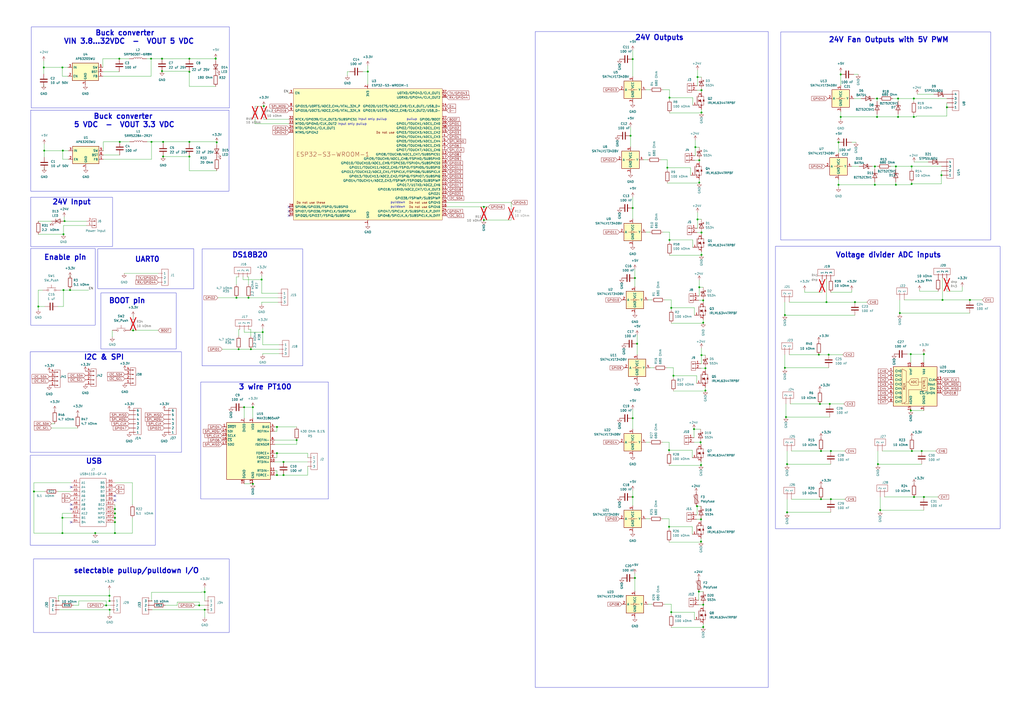
<source format=kicad_sch>
(kicad_sch (version 20250114) (generator "eeschema") (generator_version "9.0")
  (paper "A2")
  (rectangle (start 117.221 144.399) (end 175.641 212.217))
  (rectangle (start 18.161 15.621) (end 133.096 62.611))
  (rectangle (start 56.769 144.272) (end 112.395 167.513))
  (rectangle (start 19.431 324.231) (end 132.969 366.903))
  (rectangle (start 449.834 142.875) (end 580.136 306.705))
  (rectangle (start 17.526 204.089) (end 105.283 262.382))
  (rectangle (start 58.547 169.926) (end 102.235 202.438))
  (rectangle (start 17.78 63.881) (end 132.842 110.871))
  (rectangle (start 310.515 18.288) (end 445.643 398.78))
  (rectangle (start 17.526 264.16) (end 90.17 316.23))
  (rectangle (start 452.882 18.542) (end 574.675 139.192))
  (rectangle (start 17.78 114.427) (end 65.278 143.002))
  (rectangle (start 116.459 221.615) (end 190.5 289.433))
  (rectangle (start 17.78 144.145) (end 55.245 188.595))
  (text "I2C & SPI" (at 48.514 209.042 0) (effects (font (size 3 3) (thickness 0.6) (bold yes)) (justify left bottom)))
  (text "pulldown" (at 230.759 120.015 0) (effects (font (size 1.27 1.27))))
  (text "3 wire PT100" (at 138.303 226.314 0) (effects (font (size 3 3) (thickness 0.6) (bold yes)) (justify left bottom)))
  (text "        Buck converter \nVIN 3.8...32VDC  -  VOUT 5 VDC" (at 36.83 25.781 0) (effects (font (size 3 3) (thickness 0.6) (bold yes)) (justify left bottom)))
  (text "24V Input" (at 30.226 118.999 0) (effects (font (size 3 3) (thickness 0.6) (bold yes)) (justify left bottom)))
  (text "Voltage divider ADC inputs" (at 484.632 149.733 0) (effects (font (size 3 3) (thickness 0.6) (bold yes)) (justify left bottom)))
  (text "UART0\n" (at 78.105 152.273 0) (effects (font (size 3 3) (thickness 0.6) (bold yes)) (justify left bottom)))
  (text "Input only pullup" (at 204.343 72.009 0) (effects (font (size 1.27 1.27))))
  (text "USB" (at 49.657 269.367 0) (effects (font (size 3 3) (thickness 0.6) (bold yes)) (justify left bottom)))
  (text "pulldown" (at 230.759 117.475 0) (effects (font (size 1.27 1.27))))
  (text "DS18B20" (at 134.493 149.733 0) (effects (font (size 3 3) (thickness 0.6) (bold yes)) (justify left bottom)))
  (text "     Buck converter \n5 VDC  -  VOUT 3.3 VDC" (at 42.672 74.168 0) (effects (font (size 3 3) (thickness 0.6) (bold yes)) (justify left bottom)))
  (text "pullup" (at 238.887 69.215 0) (effects (font (size 1.27 1.27))))
  (text "BOOT pin\n" (at 62.992 176.276 0) (effects (font (size 3 3) (thickness 0.6) (bold yes)) (justify left bottom)))
  (text "Enable pin" (at 25.4 151.13 0) (effects (font (size 3 3) (thickness 0.6) (bold yes)) (justify left bottom)))
  (text "Input only pullup" (at 216.027 69.215 0) (effects (font (size 1.27 1.27))))
  (text "24V Fan Outputs with 5V PWM" (at 480.568 24.892 0) (effects (font (size 3 3) (thickness 0.6) (bold yes)) (justify left bottom)))
  (text "selectable pullup/pulldown I/O" (at 42.545 332.867 0) (effects (font (size 3 3) (thickness 0.6) (bold yes)) (justify left bottom)))
  (text "24V Outputs" (at 368.3 23.622 0) (effects (font (size 3 3) (thickness 0.6) (bold yes)) (justify left bottom)))
  (junction (at 66.675 295.275))
  (junction (at 36.195 39.116))
  (junction (at 19.685 285.115))
  (junction (at 141.605 236.22))
  (junction (at 528.828 106.68))
  (junction (at 406.654 269.748))
  (junction (at 409.194 226.568))
  (junction (at 520.954 57.15))
  (junction (at 63.627 353.695))
  (junction (at 160.655 275.59))
  (junction (at 36.449 87.376))
  (junction (at 25.4 39.116))
  (junction (at 520.954 67.818))
  (junction (at 36.83 168.275))
  (junction (at 479.425 175.26))
  (junction (at 486.41 82.55))
  (junction (at 528.828 96.52))
  (junction (at 405.638 166.624))
  (junction (at 388.112 261.112))
  (junction (at 367.03 34.29))
  (junction (at 508.762 57.15))
  (junction (at 280.67 127.635))
  (junction (at 407.924 350.774))
  (junction (at 125.095 34.036))
  (junction (at 480.695 205.74))
  (junction (at 406.4 256.54))
  (junction (at 94.615 90.805))
  (junction (at 456.565 269.24))
  (junction (at 36.195 300.355))
  (junction (at 528.955 261.62))
  (junction (at 94.615 82.296))
  (junction (at 125.095 33.909))
  (junction (at 481.965 289.56))
  (junction (at 172.085 255.27))
  (junction (at 406.908 52.324))
  (junction (at 546.735 173.99))
  (junction (at 486.41 107.188))
  (junction (at 87.884 82.296))
  (junction (at 164.465 267.97))
  (junction (at 36.195 309.245))
  (junction (at 390.652 217.932))
  (junction (at 160.655 262.89))
  (junction (at 474.98 205.74))
  (junction (at 63.5 348.615))
  (junction (at 115.57 351.155))
  (junction (at 402.59 248.92))
  (junction (at 109.855 41.656))
  (junction (at 455.93 241.935))
  (junction (at 280.67 120.015))
  (junction (at 487.68 43.18))
  (junction (at 388.366 56.642))
  (junction (at 549.275 62.23))
  (junction (at 407.924 363.728))
  (junction (at 368.3 335.28))
  (junction (at 146.685 236.22))
  (junction (at 152.4 192.659))
  (junction (at 407.924 174.244))
  (junction (at 406.654 314.198))
  (junction (at 530.098 57.15))
  (junction (at 507.492 96.52))
  (junction (at 530.098 67.818))
  (junction (at 409.194 213.614))
  (junction (at 528.32 205.4373))
  (junction (at 519.684 96.52))
  (junction (at 521.97 181.61))
  (junction (at 481.965 261.62))
  (junction (at 137.16 172.72))
  (junction (at 507.492 107.188))
  (junction (at 405.638 105.918))
  (junction (at 510.54 295.91))
  (junction (at 125.73 82.55))
  (junction (at 37.465 128.27))
  (junction (at 93.98 41.275))
  (junction (at 87.63 34.036))
  (junction (at 118.745 343.408))
  (junction (at 476.25 261.62))
  (junction (at 456.565 297.18))
  (junction (at 146.685 280.67))
  (junction (at 388.366 139.192))
  (junction (at 534.67 261.62))
  (junction (at 93.98 34.036))
  (junction (at 367.03 242.57))
  (junction (at 404.368 293.624))
  (junction (at 475.615 234.315))
  (junction (at 404.622 127.254))
  (junction (at 481.33 234.315))
  (junction (at 109.855 34.036))
  (junction (at 406.908 134.874))
  (junction (at 69.215 34.036))
  (junction (at 528.32 238.125))
  (junction (at 476.25 289.56))
  (junction (at 406.908 65.278))
  (junction (at 369.57 199.39))
  (junction (at 22.225 177.8))
  (junction (at 495.935 175.26))
  (junction (at 530.225 288.29))
  (junction (at 138.43 202.565))
  (junction (at 367.03 288.29))
  (junction (at 66.675 297.815))
  (junction (at 388.112 305.562))
  (junction (at 145.542 202.565))
  (junction (at 77.216 191.643))
  (junction (at 387.096 97.282))
  (junction (at 389.382 178.562))
  (junction (at 562.61 173.99))
  (junction (at 455.295 182.753))
  (junction (at 213.36 41.529))
  (junction (at 403.352 85.344))
  (junction (at 367.03 120.65))
  (junction (at 535.94 205.4373))
  (junction (at 66.675 309.245))
  (junction (at 389.382 355.092))
  (junction (at 151.765 162.179))
  (junction (at 535.94 288.29))
  (junction (at 487.68 67.818))
  (junction (at 164.465 275.59))
  (junction (at 109.855 90.805))
  (junction (at 365.76 78.74))
  (junction (at 405.638 92.964))
  (junction (at 546.1 101.6))
  (junction (at 455.295 213.36))
  (junction (at 55.245 309.245))
  (junction (at 36.83 135.89))
  (junction (at 61.595 351.155))
  (junction (at 406.908 147.828))
  (junction (at 118.745 353.695))
  (junction (at 405.384 343.154))
  (junction (at 509.27 269.24))
  (junction (at 160.655 247.65))
  (junction (at 109.855 82.296))
  (junction (at 368.3 161.29))
  (junction (at 63.5 345.567))
  (junction (at 40.64 168.275))
  (junction (at 407.924 187.198))
  (junction (at 66.675 300.355))
  (junction (at 508.762 67.818))
  (junction (at 519.684 107.188))
  (junction (at 66.675 302.895))
  (junction (at 404.622 44.704))
  (junction (at 144.145 172.72))
  (junction (at 69.469 82.296))
  (junction (at 25.654 87.376))
  (junction (at 406.908 205.994))
  (junction (at 153.035 61.595))
  (junction (at 406.654 301.244))
  (no_connect (at 41.275 302.895))
  (no_connect (at 41.275 292.735))
  (no_connect (at 41.275 295.275))
  (no_connect (at 167.64 120.015))
  (no_connect (at 167.64 125.095))
  (no_connect (at 41.275 282.575))
  (no_connect (at 66.675 290.195))
  (no_connect (at 167.64 122.555))
  (no_connect (at 66.675 287.655))
  (wire (pts (xy 404.622 127.254) (xy 404.622 132.334)))
  (wire (pts (xy 383.286 92.71) (xy 387.096 92.71)))
  (wire (pts (xy 25.654 97.536) (xy 25.654 98.806)))
  (wire (pts (xy 406.908 134.874) (xy 406.908 135.89)))
  (wire (pts (xy 516.636 96.52) (xy 519.684 96.52)))
  (wire (pts (xy 405.384 350.774) (xy 407.924 350.774)))
  (wire (pts (xy 406.654 314.198) (xy 406.654 314.452)))
  (wire (pts (xy 476.25 289.56) (xy 481.965 289.56)))
  (wire (pts (xy 406.908 146.05) (xy 406.908 147.828)))
  (wire (pts (xy 87.63 34.036) (xy 87.63 44.196)))
  (wire (pts (xy 388.366 52.07) (xy 388.366 56.642)))
  (wire (pts (xy 201.549 41.529) (xy 201.549 43.815)))
  (wire (pts (xy 146.685 236.22) (xy 146.685 242.57)))
  (wire (pts (xy 373.38 92.71) (xy 375.666 92.71)))
  (wire (pts (xy 455.295 213.36) (xy 480.695 213.36)))
  (wire (pts (xy 118.745 340.868) (xy 118.745 343.408)))
  (wire (pts (xy 407.924 363.728) (xy 407.924 363.982)))
  (wire (pts (xy 160.655 262.89) (xy 160.655 265.43)))
  (wire (pts (xy 25.4 35.306) (xy 25.4 39.116)))
  (wire (pts (xy 388.112 300.99) (xy 388.112 305.562)))
  (wire (pts (xy 387.096 92.71) (xy 387.096 97.282)))
  (wire (pts (xy 138.43 202.565) (xy 128.905 202.565)))
  (wire (pts (xy 152.4 205.105) (xy 152.4 205.74)))
  (wire (pts (xy 520.954 67.818) (xy 530.098 67.818)))
  (wire (pts (xy 33.909 345.567) (xy 33.909 348.615)))
  (wire (pts (xy 456.565 269.24) (xy 481.965 269.24)))
  (wire (pts (xy 22.225 168.275) (xy 24.765 168.275)))
  (wire (pts (xy 455.295 175.26) (xy 455.295 182.753)))
  (wire (pts (xy 102.87 351.155) (xy 102.87 349.25)))
  (wire (pts (xy 161.29 172.72) (xy 144.145 172.72)))
  (wire (pts (xy 384.302 256.54) (xy 388.112 256.54)))
  (wire (pts (xy 85.344 82.296) (xy 87.884 82.296)))
  (wire (pts (xy 519.684 96.52) (xy 528.828 96.52)))
  (wire (pts (xy 22.225 128.27) (xy 29.845 128.27)))
  (wire (pts (xy 535.94 205.4373) (xy 535.94 210.185)))
  (wire (pts (xy 137.16 160.655) (xy 138.43 160.655)))
  (wire (pts (xy 172.085 255.27) (xy 172.085 257.81)))
  (wire (pts (xy 404.622 40.64) (xy 404.622 44.704)))
  (wire (pts (xy 479.425 175.26) (xy 495.935 175.26)))
  (wire (pts (xy 213.36 41.529) (xy 213.36 48.895)))
  (wire (pts (xy 69.469 82.296) (xy 75.184 82.296)))
  (wire (pts (xy 549.275 62.23) (xy 549.275 59.69)))
  (wire (pts (xy 87.63 44.196) (xy 59.69 44.196)))
  (wire (pts (xy 144.145 191.135) (xy 145.542 191.135)))
  (wire (pts (xy 160.655 275.59) (xy 159.385 275.59)))
  (wire (pts (xy 19.685 309.245) (xy 36.195 309.245)))
  (wire (pts (xy 160.655 265.43) (xy 159.385 265.43)))
  (wire (pts (xy 406.908 205.994) (xy 406.908 211.074)))
  (wire (pts (xy 509.27 261.62) (xy 509.27 269.24)))
  (wire (pts (xy 33.909 348.615) (xy 34.417 348.615)))
  (wire (pts (xy 404.368 134.874) (xy 406.908 134.874)))
  (wire (pts (xy 151.765 170.18) (xy 161.29 170.18)))
  (wire (pts (xy 368.3 332.74) (xy 368.3 335.28)))
  (wire (pts (xy 406.654 267.97) (xy 406.654 269.748)))
  (wire (pts (xy 118.745 343.408) (xy 118.745 348.615)))
  (wire (pts (xy 61.595 348.615) (xy 61.595 351.155)))
  (wire (pts (xy 77.216 191.643) (xy 91.821 191.643)))
  (wire (pts (xy 507.492 98.044) (xy 507.492 96.52)))
  (wire (pts (xy 40.64 160.02) (xy 40.64 160.655)))
  (wire (pts (xy 379.222 213.36) (xy 377.19 213.36)))
  (wire (pts (xy 259.08 120.015) (xy 280.67 120.015)))
  (wire (pts (xy 476.25 261.62) (xy 481.965 261.62)))
  (wire (pts (xy 531.495 67.31) (xy 531.495 67.818)))
  (wire (pts (xy 147.955 61.595) (xy 153.035 61.595)))
  (wire (pts (xy 406.654 312.42) (xy 406.654 314.198)))
  (wire (pts (xy 60.325 351.155) (xy 61.595 351.155)))
  (wire (pts (xy 102.87 349.25) (xy 115.57 349.25)))
  (wire (pts (xy 109.855 41.656) (xy 109.855 50.165)))
  (wire (pts (xy 369.57 199.39) (xy 369.57 205.74)))
  (wire (pts (xy 528.32 205.4373) (xy 528.32 210.185)))
  (wire (pts (xy 549.275 168.91) (xy 558.165 168.91)))
  (wire (pts (xy 66.675 280.035) (xy 76.835 280.035)))
  (wire (pts (xy 59.69 34.036) (xy 59.69 39.116)))
  (wire (pts (xy 145.542 202.565) (xy 138.43 202.565)))
  (wire (pts (xy 152.4 192.659) (xy 152.4 200.025)))
  (wire (pts (xy 374.65 134.62) (xy 376.936 134.62)))
  (wire (pts (xy 390.652 226.822) (xy 409.194 226.822)))
  (wire (pts (xy 403.352 85.344) (xy 405.638 85.344)))
  (wire (pts (xy 280.67 127.635) (xy 296.545 127.635)))
  (wire (pts (xy 511.81 261.62) (xy 528.955 261.62)))
  (wire (pts (xy 160.655 262.89) (xy 178.435 262.89)))
  (wire (pts (xy 40.64 167.64) (xy 40.64 168.275)))
  (wire (pts (xy 367.03 237.49) (xy 367.03 242.57)))
  (wire (pts (xy 153.035 69.215) (xy 167.64 69.215)))
  (wire (pts (xy 159.385 250.19) (xy 160.655 250.19)))
  (wire (pts (xy 368.3 335.28) (xy 368.3 342.9)))
  (wire (pts (xy 88.265 353.695) (xy 118.745 353.695)))
  (wire (pts (xy 386.842 213.36) (xy 390.652 213.36)))
  (wire (pts (xy 404.368 293.624) (xy 404.368 298.704)))
  (wire (pts (xy 125.73 82.55) (xy 125.73 82.296)))
  (wire (pts (xy 519.684 98.044) (xy 519.684 96.52)))
  (wire (pts (xy 66.675 309.245) (xy 55.245 309.245)))
  (wire (pts (xy 388.366 134.62) (xy 388.366 139.192)))
  (wire (pts (xy 389.382 356.362) (xy 389.382 355.092)))
  (wire (pts (xy 109.855 83.185) (xy 109.855 82.296)))
  (wire (pts (xy 487.68 67.818) (xy 487.68 64.77)))
  (wire (pts (xy 401.574 261.112) (xy 401.574 265.43)))
  (wire (pts (xy 404.622 44.704) (xy 404.622 49.784)))
  (wire (pts (xy 520.954 58.674) (xy 520.954 57.15)))
  (wire (pts (xy 406.908 63.5) (xy 406.908 65.278)))
  (wire (pts (xy 164.465 267.97) (xy 178.435 267.97)))
  (wire (pts (xy 36.83 130.81) (xy 36.83 135.89)))
  (wire (pts (xy 528.828 105.664) (xy 528.828 106.68)))
  (wire (pts (xy 524.51 173.99) (xy 546.735 173.99)))
  (wire (pts (xy 389.382 363.982) (xy 407.924 363.982)))
  (wire (pts (xy 87.884 82.296) (xy 94.615 82.296)))
  (wire (pts (xy 513.08 288.29) (xy 530.225 288.29)))
  (wire (pts (xy 72.009 158.623) (xy 91.821 158.623)))
  (wire (pts (xy 405.638 104.14) (xy 405.638 105.918)))
  (wire (pts (xy 387.096 106.172) (xy 405.638 106.172)))
  (wire (pts (xy 125.095 33.655) (xy 125.095 33.909)))
  (wire (pts (xy 487.68 67.818) (xy 508.762 67.818)))
  (wire (pts (xy 160.655 247.65) (xy 172.085 247.65)))
  (wire (pts (xy 376.682 256.54) (xy 374.65 256.54)))
  (wire (pts (xy 528.828 106.68) (xy 528.828 107.188)))
  (wire (pts (xy 534.67 261.62) (xy 542.925 261.62)))
  (wire (pts (xy 498.348 96.52) (xy 494.03 96.52)))
  (wire (pts (xy 404.622 44.704) (xy 406.908 44.704)))
  (wire (pts (xy 151.765 175.26) (xy 161.29 175.26)))
  (wire (pts (xy 530.098 57.15) (xy 549.275 57.15)))
  (wire (pts (xy 160.655 275.59) (xy 164.465 275.59)))
  (wire (pts (xy 61.595 351.155) (xy 64.135 351.155)))
  (wire (pts (xy 457.835 175.26) (xy 479.425 175.26)))
  (wire (pts (xy 487.68 41.91) (xy 487.68 43.18)))
  (wire (pts (xy 402.59 256.54) (xy 406.4 256.54)))
  (wire (pts (xy 458.47 234.315) (xy 475.615 234.315)))
  (wire (pts (xy 404.114 217.932) (xy 404.114 222.25)))
  (wire (pts (xy 41.275 280.035) (xy 19.685 280.035)))
  (wire (pts (xy 19.685 280.035) (xy 19.685 285.115)))
  (wire (pts (xy 159.385 267.97) (xy 164.465 267.97)))
  (wire (pts (xy 376.682 300.99) (xy 374.65 300.99)))
  (wire (pts (xy 138.43 194.945) (xy 138.43 191.135)))
  (wire (pts (xy 546.735 173.99) (xy 562.61 173.99)))
  (wire (pts (xy 87.884 343.662) (xy 116.84 343.662)))
  (wire (pts (xy 22.225 135.89) (xy 36.83 135.89)))
  (wire (pts (xy 388.112 314.452) (xy 406.654 314.452)))
  (wire (pts (xy 63.627 353.695) (xy 64.135 353.695)))
  (wire (pts (xy 403.86 293.37) (xy 403.86 293.624)))
  (wire (pts (xy 409.194 226.568) (xy 409.194 226.822)))
  (wire (pts (xy 63.5 348.615) (xy 64.135 348.615)))
  (wire (pts (xy 455.93 241.935) (xy 481.33 241.935)))
  (wire (pts (xy 33.909 345.567) (xy 63.5 345.567)))
  (wire (pts (xy 404.622 123.19) (xy 404.622 127.254)))
  (wire (pts (xy 507.492 96.52) (xy 505.968 96.52)))
  (wire (pts (xy 510.54 295.91) (xy 510.54 296.545)))
  (wire (pts (xy 405.638 166.624) (xy 405.638 171.704)))
  (wire (pts (xy 25.654 83.566) (xy 25.654 87.376)))
  (wire (pts (xy 36.195 44.196) (xy 36.195 39.116)))
  (wire (pts (xy 164.465 275.59) (xy 178.435 275.59)))
  (wire (pts (xy 125.095 50.165) (xy 109.855 50.165)))
  (wire (pts (xy 389.382 355.092) (xy 402.844 355.092)))
  (wire (pts (xy 521.97 182.245) (xy 521.97 181.61)))
  (wire (pts (xy 528.828 98.044) (xy 528.828 96.52)))
  (wire (pts (xy 25.4 49.276) (xy 25.4 50.546)))
  (wire (pts (xy 388.366 140.462) (xy 388.366 139.192)))
  (wire (pts (xy 530.098 66.294) (xy 530.098 67.818)))
  (wire (pts (xy 367.03 288.29) (xy 367.03 293.37)))
  (wire (pts (xy 125.095 33.909) (xy 125.095 34.036)))
  (wire (pts (xy 403.352 90.424) (xy 403.098 90.424)))
  (wire (pts (xy 87.884 82.296) (xy 87.884 92.456)))
  (wire (pts (xy 486.41 82.55) (xy 486.41 88.9)))
  (wire (pts (xy 526.288 205.359) (xy 528.32 205.359)))
  (wire (pts (xy 520.954 66.294) (xy 520.954 67.818)))
  (wire (pts (xy 40.64 168.275) (xy 51.435 168.275)))
  (wire (pts (xy 66.675 302.895) (xy 66.675 309.245)))
  (wire (pts (xy 140.97 162.179) (xy 151.765 162.179)))
  (wire (pts (xy 455.295 182.88) (xy 455.295 182.753)))
  (wire (pts (xy 474.98 205.74) (xy 480.695 205.74)))
  (wire (pts (xy 365.76 73.66) (xy 365.76 78.74)))
  (wire (pts (xy 367.03 29.21) (xy 367.03 34.29)))
  (wire (pts (xy 531.495 67.31) (xy 549.275 67.31)))
  (wire (pts (xy 39.37 44.196) (xy 36.195 44.196)))
  (wire (pts (xy 528.32 205.359) (xy 528.32 205.4373)))
  (wire (pts (xy 76.835 280.035) (xy 76.835 292.735)))
  (wire (pts (xy 59.944 82.296) (xy 59.944 87.376)))
  (wire (pts (xy 160.655 247.65) (xy 159.385 247.65)))
  (wire (pts (xy 510.54 295.91) (xy 535.94 295.91)))
  (wire (pts (xy 510.54 288.29) (xy 510.54 295.91)))
  (wire (pts (xy 528.828 96.52) (xy 546.1 96.52)))
  (wire (pts (xy 535.94 288.29) (xy 544.195 288.29)))
  (wire (pts (xy 147.955 71.755) (xy 167.64 71.755)))
  (wire (pts (xy 141.605 192.659) (xy 141.605 191.135)))
  (wire (pts (xy 403.098 92.964) (xy 405.638 92.964)))
  (wire (pts (xy 558.165 168.91) (xy 558.165 166.37)))
  (wire (pts (xy 390.652 213.36) (xy 390.652 217.932)))
  (wire (pts (xy 406.654 269.748) (xy 406.654 270.002)))
  (wire (pts (xy 496.57 82.55) (xy 494.03 82.55)))
  (wire (pts (xy 388.112 256.54) (xy 388.112 261.112)))
  (wire (pts (xy 456.565 269.24) (xy 456.565 269.875)))
  (wire (pts (xy 508.762 58.674) (xy 508.762 57.15)))
  (wire (pts (xy 160.655 273.05) (xy 160.655 275.59)))
  (wire (pts (xy 528.828 106.68) (xy 546.1 106.68)))
  (wire (pts (xy 367.03 114.3) (xy 367.03 120.65)))
  (wire (pts (xy 141.605 192.659) (xy 152.4 192.659)))
  (wire (pts (xy 33.655 177.8) (xy 36.83 177.8)))
  (wire (pts (xy 41.275 300.355) (xy 36.195 300.355)))
  (wire (pts (xy 45.72 348.615) (xy 61.595 348.615)))
  (wire (pts (xy 546.1 106.68) (xy 546.1 101.6)))
  (wire (pts (xy 152.4 190.5) (xy 152.4 192.659)))
  (wire (pts (xy 37.211 125.857) (xy 37.211 128.27)))
  (wire (pts (xy 172.085 255.27) (xy 159.385 255.27)))
  (wire (pts (xy 508.762 57.15) (xy 507.238 57.15)))
  (wire (pts (xy 377.952 173.99) (xy 375.92 173.99)))
  (wire (pts (xy 116.84 343.408) (xy 116.84 343.662)))
  (wire (pts (xy 509.27 269.24) (xy 509.27 269.875)))
  (wire (pts (xy 546.735 161.29) (xy 546.735 173.99)))
  (wire (pts (xy 466.725 168.275) (xy 466.725 169.545)))
  (wire (pts (xy 508.762 66.294) (xy 508.762 67.818)))
  (wire (pts (xy 406.4 256.54) (xy 406.4 257.81)))
  (wire (pts (xy 405.638 166.624) (xy 407.924 166.624)))
  (wire (pts (xy 402.59 254) (xy 402.59 248.92)))
  (wire (pts (xy 520.954 57.15) (xy 530.098 57.15)))
  (wire (pts (xy 31.75 245.745) (xy 29.845 245.745)))
  (wire (pts (xy 36.449 87.376) (xy 39.624 87.376)))
  (wire (pts (xy 77.216 184.023) (xy 77.216 183.388)))
  (wire (pts (xy 457.835 205.74) (xy 474.98 205.74)))
  (wire (pts (xy 167.64 53.975) (xy 167.259 53.975)))
  (wire (pts (xy 37.211 128.27) (xy 37.465 128.27)))
  (wire (pts (xy 36.83 168.275) (xy 36.83 177.8)))
  (wire (pts (xy 480.695 205.74) (xy 488.95 205.74)))
  (wire (pts (xy 528.32 238.125) (xy 535.94 238.125)))
  (wire (pts (xy 34.925 351.155) (xy 34.417 351.155)))
  (wire (pts (xy 95.885 351.155) (xy 102.87 351.155)))
  (wire (pts (xy 41.275 285.115) (xy 33.655 285.115)))
  (wire (pts (xy 213.36 38.1) (xy 213.36 41.529)))
  (wire (pts (xy 528.32 205.4373) (xy 535.94 205.4373)))
  (wire (pts (xy 384.556 134.62) (xy 388.366 134.62)))
  (wire (pts (xy 407.924 187.198) (xy 407.924 187.452)))
  (wire (pts (xy 455.93 234.315) (xy 455.93 241.935)))
  (wire (pts (xy 36.195 39.116) (xy 39.37 39.116)))
  (wire (pts (xy 405.384 343.154) (xy 407.924 343.154)))
  (wire (pts (xy 94.615 83.185) (xy 94.615 82.296)))
  (wire (pts (xy 369.57 194.31) (xy 369.57 199.39)))
  (wire (pts (xy 486.41 107.188) (xy 486.41 104.14)))
  (wire (pts (xy 178.435 275.59) (xy 178.435 270.51)))
  (wire (pts (xy 59.69 34.036) (xy 69.215 34.036)))
  (wire (pts (xy 403.352 81.28) (xy 403.352 85.344)))
  (wire (pts (xy 481.965 261.62) (xy 490.22 261.62)))
  (wire (pts (xy 22.225 168.275) (xy 22.225 177.8)))
  (wire (pts (xy 367.03 34.29) (xy 367.03 44.45)))
  (wire (pts (xy 74.93 34.036) (xy 69.215 34.036)))
  (wire (pts (xy 63.627 356.489) (xy 63.627 353.695)))
  (wire (pts (xy 405.638 171.704) (xy 405.384 171.704)))
  (wire (pts (xy 210.439 41.529) (xy 213.36 41.529)))
  (wire (pts (xy 517.906 57.15) (xy 520.954 57.15)))
  (wire (pts (xy 401.828 56.642) (xy 401.828 60.96)))
  (wire (pts (xy 147.955 69.215) (xy 147.955 71.755)))
  (wire (pts (xy 141.605 236.22) (xy 146.685 236.22)))
  (wire (pts (xy 510.286 57.15) (xy 508.762 57.15)))
  (wire (pts (xy 59.69 41.656) (xy 69.215 41.656)))
  (wire (pts (xy 406.908 52.324) (xy 406.908 53.34)))
  (wire (pts (xy 403.352 85.344) (xy 403.352 90.424)))
  (wire (pts (xy 562.61 173.99) (xy 569.849 173.99)))
  (wire (pts (xy 151.765 176.53) (xy 151.765 175.26)))
  (wire (pts (xy 109.855 41.275) (xy 93.98 41.275)))
  (wire (pts (xy 160.655 273.05) (xy 159.385 273.05)))
  (wire (pts (xy 404.368 298.704) (xy 404.114 298.704)))
  (wire (pts (xy 456.565 297.18) (xy 481.965 297.18)))
  (wire (pts (xy 22.225 179.705) (xy 22.225 177.8)))
  (wire (pts (xy 25.654 91.186) (xy 25.654 87.376)))
  (wire (pts (xy 521.97 173.99) (xy 521.97 181.61)))
  (wire (pts (xy 535.94 205.105) (xy 535.94 205.4373)))
  (wire (pts (xy 388.366 56.642) (xy 401.828 56.642)))
  (wire (pts (xy 406.654 301.244) (xy 406.654 302.26)))
  (wire (pts (xy 87.63 34.036) (xy 93.98 34.036)))
  (wire (pts (xy 509.27 269.24) (xy 534.67 269.24)))
  (wire (pts (xy 406.908 205.994) (xy 409.194 205.994)))
  (wire (pts (xy 404.622 132.334) (xy 404.368 132.334)))
  (wire (pts (xy 405.384 343.154) (xy 405.384 348.234)))
  (wire (pts (xy 85.09 34.036) (xy 87.63 34.036)))
  (wire (pts (xy 404.622 127.254) (xy 406.908 127.254)))
  (wire (pts (xy 406.654 213.614) (xy 409.194 213.614)))
  (wire (pts (xy 115.57 349.25) (xy 115.57 351.155)))
  (wire (pts (xy 388.112 305.562) (xy 401.574 305.562)))
  (wire (pts (xy 118.745 343.408) (xy 116.84 343.408)))
  (wire (pts (xy 93.98 40.64) (xy 93.98 41.275)))
  (wire (pts (xy 367.03 242.57) (xy 367.03 248.92)))
  (wire (pts (xy 45.72 351.155) (xy 45.72 348.615)))
  (wire (pts (xy 530.098 58.674) (xy 530.098 57.15)))
  (wire (pts (xy 409.194 213.614) (xy 409.194 214.63)))
  (wire (pts (xy 455.295 213.995) (xy 455.295 213.36)))
  (wire (pts (xy 296.545 117.475) (xy 296.545 120.015)))
  (wire (pts (xy 459.105 289.56) (xy 476.25 289.56)))
  (wire (pts (xy 50.165 130.81) (xy 36.83 130.81)))
  (wire (pts (xy 405.638 92.964) (xy 405.638 93.98)))
  (wire (pts (xy 367.03 284.48) (xy 367.03 288.29)))
  (wire (pts (xy 407.924 185.42) (xy 407.924 187.198)))
  (wire (pts (xy 403.86 293.624) (xy 404.368 293.624)))
  (wire (pts (xy 93.98 41.656) (xy 93.98 41.275)))
  (wire (pts (xy 63.5 348.615) (xy 63.373 348.615)))
  (wire (pts (xy 530.225 288.29) (xy 535.94 288.29)))
  (wire (pts (xy 509.016 96.52) (xy 507.492 96.52)))
  (wire (pts (xy 36.195 309.245) (xy 55.245 309.245)))
  (wire (pts (xy 407.924 174.244) (xy 407.924 175.26)))
  (wire (pts (xy 145.542 191.135) (xy 145.542 194.945)))
  (wire (pts (xy 389.382 350.52) (xy 389.382 355.092)))
  (wire (pts (xy 388.112 262.382) (xy 388.112 261.112)))
  (wire (pts (xy 405.638 105.918) (xy 405.638 106.172)))
  (wire (pts (xy 125.73 83.82) (xy 125.73 82.55)))
  (wire (pts (xy 94.615 90.805) (xy 109.855 90.805)))
  (wire (pts (xy 151.765 160.02) (xy 151.765 162.179)))
  (wire (pts (xy 76.835 309.245) (xy 66.675 309.245)))
  (wire (pts (xy 45.085 248.285) (xy 29.845 248.285)))
  (wire (pts (xy 456.565 289.56) (xy 456.565 297.18)))
  (wire (pts (xy 507.492 105.664) (xy 507.492 107.188)))
  (wire (pts (xy 19.685 285.115) (xy 19.685 309.245)))
  (wire (pts (xy 407.924 350.774) (xy 407.924 351.79)))
  (wire (pts (xy 388.366 65.532) (xy 406.908 65.532)))
  (wire (pts (xy 39.624 92.456) (xy 36.449 92.456)))
  (wire (pts (xy 388.112 261.112) (xy 401.574 261.112)))
  (wire (pts (xy 387.096 97.282) (xy 400.558 97.282)))
  (wire (pts (xy 499.618 57.15) (xy 495.3 57.15)))
  (wire (pts (xy 368.3 156.21) (xy 368.3 161.29)))
  (wire (pts (xy 368.3 161.29) (xy 368.3 166.37)))
  (wire (pts (xy 87.884 92.456) (xy 59.944 92.456)))
  (wire (pts (xy 401.574 305.562) (xy 401.574 309.88)))
  (wire (pts (xy 404.622 49.784) (xy 404.368 49.784)))
  (wire (pts (xy 377.952 350.52) (xy 375.92 350.52)))
  (wire (pts (xy 93.98 34.036) (xy 109.855 34.036)))
  (wire (pts (xy 389.382 173.99) (xy 389.382 178.562)))
  (wire (pts (xy 475.615 234.315) (xy 481.33 234.315)))
  (wire (pts (xy 390.652 217.932) (xy 404.114 217.932)))
  (wire (pts (xy 406.4 257.81) (xy 406.654 257.81)))
  (wire (pts (xy 455.295 213.36) (xy 455.295 205.74)))
  (wire (pts (xy 400.558 97.282) (xy 400.558 101.6)))
  (wire (pts (xy 42.545 351.155) (xy 45.72 351.155)))
  (wire (pts (xy 405.384 174.244) (xy 407.924 174.244)))
  (wire (pts (xy 109.855 41.275) (xy 109.855 41.656)))
  (wire (pts (xy 125.73 99.06) (xy 109.855 99.06)))
  (wire (pts (xy 141.605 242.57) (xy 141.605 236.22)))
  (wire (pts (xy 259.08 117.475) (xy 296.545 117.475)))
  (wire (pts (xy 137.16 165.1) (xy 137.16 160.655)))
  (wire (pts (xy 456.565 297.18) (xy 456.565 297.815)))
  (wire (pts (xy 401.828 139.192) (xy 401.828 143.51)))
  (wire (pts (xy 388.366 148.082) (xy 406.908 148.082)))
  (wire (pts (xy 161.925 200.025) (xy 152.4 200.025)))
  (wire (pts (xy 178.435 262.89) (xy 178.435 265.43)))
  (wire (pts (xy 141.605 280.67) (xy 146.685 280.67)))
  (wire (pts (xy 385.572 173.99) (xy 389.382 173.99)))
  (wire (pts (xy 507.492 107.188) (xy 519.684 107.188)))
  (wire (pts (xy 385.572 350.52) (xy 389.382 350.52)))
  (wire (pts (xy 66.675 292.735) (xy 66.675 295.275)))
  (wire (pts (xy 137.16 172.72) (xy 144.145 172.72)))
  (wire (pts (xy 406.908 201.93) (xy 406.908 205.994)))
  (wire (pts (xy 384.302 300.99) (xy 388.112 300.99)))
  (wire (pts (xy 406.908 211.074) (xy 406.654 211.074)))
  (wire (pts (xy 367.03 120.65) (xy 367.03 127)))
  (wire (pts (xy 87.884 348.615) (xy 88.265 348.615)))
  (wire (pts (xy 519.684 105.664) (xy 519.684 107.188)))
  (wire (pts (xy 389.382 179.832) (xy 389.382 178.562)))
  (wire (pts (xy 137.16 172.72) (xy 126.365 172.72)))
  (wire (pts (xy 404.368 52.324) (xy 406.908 52.324)))
  (wire (pts (xy 404.368 293.624) (xy 406.654 293.624)))
  (wire (pts (xy 63.5 345.567) (xy 63.5 348.615)))
  (wire (pts (xy 159.385 257.81) (xy 172.085 257.81)))
  (wire (pts (xy 144.145 160.655) (xy 144.145 165.1)))
  (wire (pts (xy 374.65 52.07) (xy 376.936 52.07)))
  (wire (pts (xy 94.615 82.296) (xy 109.855 82.296)))
  (wire (pts (xy 528.955 261.62) (xy 534.67 261.62)))
  (wire (pts (xy 37.465 128.27) (xy 50.165 128.27)))
  (wire (pts (xy 409.194 224.79) (xy 409.194 226.568)))
  (wire (pts (xy 481.33 234.315) (xy 489.585 234.315)))
  (wire (pts (xy 161.925 205.105) (xy 152.4 205.105)))
  (wire (pts (xy 63.5 342.265) (xy 63.5 345.567)))
  (wire (pts (xy 65.151 191.643) (xy 65.151 195.453)))
  (wire (pts (xy 494.03 169.545) (xy 481.965 169.545)))
  (wire (pts (xy 66.675 295.275) (xy 66.675 297.815)))
  (wire (pts (xy 34.417 353.695) (xy 63.627 353.695)))
  (wire (pts (xy 66.675 300.355) (xy 66.675 302.895)))
  (wire (pts (xy 459.105 261.62) (xy 476.25 261.62)))
  (wire (pts (xy 497.84 43.18) (xy 495.3 43.18)))
  (wire (pts (xy 402.844 355.092) (xy 402.844 359.41)))
  (wire (pts (xy 109.855 82.296) (xy 125.73 82.296)))
  (wire (pts (xy 160.655 262.89) (xy 159.385 262.89)))
  (wire (pts (xy 487.68 69.342) (xy 487.68 67.818)))
  (wire (pts (xy 466.725 169.545) (xy 476.885 169.545)))
  (wire (pts (xy 531.495 67.818) (xy 530.098 67.818)))
  (wire (pts (xy 59.944 82.296) (xy 69.469 82.296)))
  (wire (pts (xy 486.41 107.188) (xy 507.492 107.188)))
  (wire (pts (xy 495.935 175.26) (xy 502.92 175.26)))
  (wire (pts (xy 546.1 101.6) (xy 546.1 99.06)))
  (wire (pts (xy 76.835 300.355) (xy 76.835 309.245)))
  (wire (pts (xy 544.195 168.91) (xy 533.4 168.91)))
  (wire (pts (xy 160.655 250.19) (xy 160.655 247.65)))
  (wire (pts (xy 495.935 182.88) (xy 455.295 182.88)))
  (wire (pts (xy 19.685 285.115) (xy 26.035 285.115)))
  (wire (pts (xy 456.565 261.62) (xy 456.565 269.24)))
  (wire (pts (xy 25.4 42.926) (xy 25.4 39.116)))
  (wire (pts (xy 125.095 34.036) (xy 125.095 34.925)))
  (wire (pts (xy 36.449 92.456) (xy 36.449 87.376)))
  (wire (pts (xy 143.51 160.655) (xy 144.145 160.655)))
  (wire (pts (xy 388.366 139.192) (xy 401.828 139.192)))
  (wire (pts (xy 530.225 93.98) (xy 538.48 93.98)))
  (wire (pts (xy 115.57 351.155) (xy 118.745 351.155)))
  (wire (pts (xy 25.654 87.376) (xy 36.449 87.376)))
  (wire (pts (xy 532.13 54.61) (xy 541.655 54.61)))
  (wire (pts (xy 109.855 99.06) (xy 109.855 90.805)))
  (wire (pts (xy 36.83 168.275) (xy 40.64 168.275)))
  (wire (pts (xy 113.03 351.155) (xy 115.57 351.155)))
  (wire (pts (xy 390.652 219.202) (xy 390.652 217.932)))
  (wire (pts (xy 75.311 191.643) (xy 77.216 191.643)))
  (wire (pts (xy 151.765 162.179) (xy 151.765 170.18)))
  (wire (pts (xy 384.556 52.07) (xy 388.366 52.07)))
  (wire (pts (xy 402.844 178.562) (xy 402.844 182.88)))
  (wire (pts (xy 202.819 41.529) (xy 201.549 41.529)))
  (wire (pts (xy 25.4 39.116) (xy 36.195 39.116)))
  (wire (pts (xy 405.638 162.56) (xy 405.638 166.624)))
  (wire (pts (xy 66.675 297.815) (xy 66.675 300.355)))
  (wire (pts (xy 118.745 358.14) (xy 118.745 353.695)))
  (wire (pts (xy 508.762 67.818) (xy 520.954 67.818)))
  (wire (pts (xy 519.684 107.188) (xy 528.828 107.188)))
  (wire (pts (xy 549.275 67.31) (xy 549.275 62.23)))
  (wire (pts (xy 494.03 168.275) (xy 494.03 169.545)))
  (wire (pts (xy 533.4 168.91) (xy 533.4 168.275)))
  (wire (pts (xy 36.195 300.355) (xy 36.195 309.245)))
  (wire (pts (xy 388.112 270.002) (xy 406.654 270.002)))
  (wire (pts (xy 138.43 191.135) (xy 139.065 191.135)))
  (wire (pts (xy 406.908 147.828) (xy 406.908 148.082)))
  (wire (pts (xy 388.112 306.832) (xy 388.112 305.562)))
  (wire (pts (xy 59.944 89.916) (xy 69.469 89.916)))
  (wire (pts (xy 407.924 361.95) (xy 407.924 363.728)))
  (wire (pts (xy 365.76 78.74) (xy 365.76 85.09)))
  (wire (pts (xy 387.096 98.552) (xy 387.096 97.282)))
  (wire (pts (xy 161.925 202.565) (xy 145.542 202.565)))
  (wire (pts (xy 404.114 301.244) (xy 406.654 301.244)))
  (wire (pts (xy 34.925 168.275) (xy 36.83 168.275)))
  (wire (pts (xy 36.195 297.815) (xy 36.195 300.355)))
  (wire (pts (xy 41.275 297.815) (xy 36.195 297.815)))
  (wire (pts (xy 479.425 161.925) (xy 479.425 175.26)))
  (wire (pts (xy 406.908 65.278) (xy 406.908 65.532)))
  (wire (pts (xy 389.382 187.452) (xy 407.924 187.452)))
  (wire (pts (xy 125.095 34.036) (xy 109.855 34.036)))
  (wire (pts (xy 140.97 162.179) (xy 140.97 160.655)))
  (wire (pts (xy 388.366 57.912) (xy 388.366 56.642)))
  (wire (pts (xy 562.61 181.61) (xy 521.97 181.61)))
  (wire (pts (xy 87.884 343.662) (xy 87.884 348.615)))
  (wire (pts (xy 389.382 178.562) (xy 402.844 178.562)))
  (wire (pts (xy 26.035 177.8) (xy 22.225 177.8)))
  (wire (pts (xy 280.67 120.015) (xy 283.21 120.015)))
  (wire (pts (xy 487.68 43.18) (xy 487.68 49.53)))
  (wire (pts (xy 486.41 108.712) (xy 486.41 107.188)))
  (wire (pts (xy 402.59 248.92) (xy 406.4 248.92)))
  (wire (pts (xy 481.965 289.56) (xy 490.22 289.56)))
  (label "EN" (at 51.435 168.275 0))
  (label "EN" (at 167.259 53.975 180))
  (global_label "D+" (shape input) (at 66.675 282.575 0) (property "Intersheetrefs" "${INTERSHEET_REFS}" (effects (hide yes))))
  (global_label "CH3" (shape input) (at 515.62 222.885 180) (property "Intersheetrefs" "${INTERSHEET_REFS}" (effects (hide yes))))
  (global_label "SPI_MOSI" (shape input) (at 74.93 243.205 180) (property "Intersheetrefs" "${INTERSHEET_REFS}" (effects (hide yes))))
  (global_label "CH0" (shape input) (at 502.92 175.26 0) (property "Intersheetrefs" "${INTERSHEET_REFS}" (effects (hide yes))))
  (global_label "GPIO17" (shape input) (at 259.08 107.315 0) (property "Intersheetrefs" "${INTERSHEET_REFS}" (effects (hide yes))))
  (global_label "SPI_MISO" (shape input) (at 74.93 240.665 180) (property "Intersheetrefs" "${INTERSHEET_REFS}" (effects (hide yes))))
  (global_label "RX{slash}GPIO44" (shape input) (at 91.821 163.703 180) (property "Intersheetrefs" "${INTERSHEET_REFS}" (effects (hide yes))))
  (global_label "SPI_MOSI" (shape input) (at 128.905 250.19 180) (property "Intersheetrefs" "${INTERSHEET_REFS}" (effects (hide yes))))
  (global_label "SPI_MISO" (shape input) (at 259.08 81.915 0) (property "Intersheetrefs" "${INTERSHEET_REFS}" (effects (hide yes))))
  (global_label "GPIO11" (shape input) (at 359.41 134.62 180) (property "Intersheetrefs" "${INTERSHEET_REFS}" (effects (hide yes))))
  (global_label "GPIO11" (shape input) (at 259.08 97.155 0) (property "Intersheetrefs" "${INTERSHEET_REFS}" (effects (hide yes))))
  (global_label "CH7" (shape input) (at 515.62 233.045 180) (property "Intersheetrefs" "${INTERSHEET_REFS}" (effects (hide yes))))
  (global_label "GPIO47" (shape input) (at 259.08 122.555 0) (property "Intersheetrefs" "${INTERSHEET_REFS}" (effects (hide yes))))
  (global_label "I2C_SDA" (shape input) (at 29.845 245.745 180) (property "Intersheetrefs" "${INTERSHEET_REFS}" (effects (hide yes))))
  (global_label "I2C_SCL" (shape input) (at 28.575 220.98 180) (property "Intersheetrefs" "${INTERSHEET_REFS}" (effects (hide yes))))
  (global_label "GPIO3" (shape input) (at 259.08 76.835 0) (property "Intersheetrefs" "${INTERSHEET_REFS}" (effects (hide yes))))
  (global_label "D+" (shape input) (at 41.275 287.655 180) (property "Intersheetrefs" "${INTERSHEET_REFS}" (effects (hide yes))))
  (global_label "GPIO16" (shape input) (at 113.03 351.155 180) (property "Intersheetrefs" "${INTERSHEET_REFS}" (effects (hide yes))))
  (global_label "TX{slash}GPIO43" (shape input) (at 91.821 161.163 180) (property "Intersheetrefs" "${INTERSHEET_REFS}" (effects (hide yes))))
  (global_label "GPIO46" (shape input) (at 283.21 120.015 0) (property "Intersheetrefs" "${INTERSHEET_REFS}" (effects (hide yes))))
  (global_label "D-" (shape input) (at 41.275 290.195 180) (property "Intersheetrefs" "${INTERSHEET_REFS}" (effects (hide yes))))
  (global_label "CH6" (shape input) (at 515.62 230.505 180) (property "Intersheetrefs" "${INTERSHEET_REFS}" (effects (hide yes))))
  (global_label "GPIO12" (shape input) (at 259.08 99.695 0) (property "Intersheetrefs" "${INTERSHEET_REFS}" (effects (hide yes))))
  (global_label "CH5" (shape input) (at 490.22 289.56 0) (property "Intersheetrefs" "${INTERSHEET_REFS}" (effects (hide yes))))
  (global_label "CH2" (shape input) (at 488.95 205.74 0) (property "Intersheetrefs" "${INTERSHEET_REFS}" (effects (hide yes))))
  (global_label "SPI_MISO" (shape input) (at 128.905 257.81 180) (property "Intersheetrefs" "${INTERSHEET_REFS}" (effects (hide yes))))
  (global_label "SPI_CLK" (shape input) (at 74.93 245.745 180) (property "Intersheetrefs" "${INTERSHEET_REFS}" (effects (hide yes))))
  (global_label "BOOT" (shape input) (at 91.821 191.643 0) (property "Intersheetrefs" "${INTERSHEET_REFS}" (effects (hide yes))))
  (global_label "SPI_MOSI" (shape input) (at 95.25 243.205 180) (property "Intersheetrefs" "${INTERSHEET_REFS}" (effects (hide yes))))
  (global_label "CH4" (shape input) (at 515.62 225.425 180) (property "Intersheetrefs" "${INTERSHEET_REFS}" (effects (hide yes))))
  (global_label "I2C_SCL" (shape input) (at 29.845 248.285 180) (property "Intersheetrefs" "${INTERSHEET_REFS}" (effects (hide yes))))
  (global_label "SPI_MISO" (shape input) (at 546.1 225.425 0) (property "Intersheetrefs" "${INTERSHEET_REFS}" (effects (hide yes))))
  (global_label "I2C_SDA" (shape input) (at 259.08 114.935 0) (property "Intersheetrefs" "${INTERSHEET_REFS}" (effects (hide yes))))
  (global_label "GPIO6" (shape input) (at 128.905 255.27 180) (property "Intersheetrefs" "${INTERSHEET_REFS}" (effects (hide yes))))
  (global_label "CH2" (shape input) (at 515.62 220.345 180) (property "Intersheetrefs" "${INTERSHEET_REFS}" (effects (hide yes))))
  (global_label "GPIO3" (shape input) (at 359.41 300.99 180) (property "Intersheetrefs" "${INTERSHEET_REFS}" (effects (hide yes))))
  (global_label "I2C_SCL" (shape input) (at 259.08 125.095 0) (property "Intersheetrefs" "${INTERSHEET_REFS}" (effects (hide yes))))
  (global_label "CH5" (shape input) (at 515.62 227.965 180) (property "Intersheetrefs" "${INTERSHEET_REFS}" (effects (hide yes))))
  (global_label "GPIO14" (shape input) (at 259.08 104.775 0) (property "Intersheetrefs" "${INTERSHEET_REFS}" (effects (hide yes))))
  (global_label "GPIO21" (shape input) (at 95.25 248.285 180) (property "Intersheetrefs" "${INTERSHEET_REFS}" (effects (hide yes))))
  (global_label "GPIO4" (shape input) (at 128.905 247.65 180) (property "Intersheetrefs" "${INTERSHEET_REFS}" (effects (hide yes))))
  (global_label "GPIO43" (shape input) (at 167.64 74.295 180) (property "Intersheetrefs" "${INTERSHEET_REFS}" (effects (hide yes))))
  (global_label "SPI_MOSI" (shape input) (at 167.64 61.595 180) (property "Intersheetrefs" "${INTERSHEET_REFS}" (effects (hide yes))))
  (global_label "SPI_MISO" (shape input) (at 95.25 240.665 180) (property "Intersheetrefs" "${INTERSHEET_REFS}" (effects (hide yes))))
  (global_label "GPIO12" (shape input) (at 358.14 92.71 180) (property "Intersheetrefs" "${INTERSHEET_REFS}" (effects (hide yes))))
  (global_label "GPIO43" (shape input) (at 480.06 57.15 180) (property "Intersheetrefs" "${INTERSHEET_REFS}" (effects (hide yes))))
  (global_label "I2C_SDA" (shape input) (at 49.53 217.805 180) (property "Intersheetrefs" "${INTERSHEET_REFS}" (effects (hide yes))))
  (global_label "D+" (shape input) (at 259.08 61.595 0) (property "Intersheetrefs" "${INTERSHEET_REFS}" (effects (hide yes))))
  (global_label "SPI_CLK" (shape input) (at 128.905 252.73 180) (property "Intersheetrefs" "${INTERSHEET_REFS}" (effects (hide yes))))
  (global_label "GPIO13" (shape input) (at 359.41 52.07 180) (property "Intersheetrefs" "${INTERSHEET_REFS}" (effects (hide yes))))
  (global_label "GPIO13" (shape input) (at 259.08 102.235 0) (property "Intersheetrefs" "${INTERSHEET_REFS}" (effects (hide yes))))
  (global_label "GPIO8" (shape input) (at 259.08 89.535 0) (property "Intersheetrefs" "${INTERSHEET_REFS}" (effects (hide yes))))
  (global_label "GPIO14" (shape input) (at 359.41 256.54 180) (property "Intersheetrefs" "${INTERSHEET_REFS}" (effects (hide yes))))
  (global_label "SPI_CLK" (shape input) (at 546.1 220.345 0) (property "Intersheetrefs" "${INTERSHEET_REFS}" (effects (hide yes))))
  (global_label "GPIO9" (shape input) (at 361.95 213.36 180) (property "Intersheetrefs" "${INTERSHEET_REFS}" (effects (hide yes))))
  (global_label "GPIO6" (shape input) (at 259.08 84.455 0) (property "Intersheetrefs" "${INTERSHEET_REFS}" (effects (hide yes))))
  (global_label "CH7" (shape input) (at 544.195 288.29 0) (property "Intersheetrefs" "${INTERSHEET_REFS}" (effects (hide yes))))
  (global_label "GPIO1" (shape input) (at 259.08 71.755 0) (property "Intersheetrefs" "${INTERSHEET_REFS}" (effects (hide yes))))
  (global_label "GPIO2" (shape input) (at 126.365 172.72 180) (property "Intersheetrefs" "${INTERSHEET_REFS}" (effects (hide yes))))
  (global_label "CH1" (shape input) (at 569.849 173.99 0) (property "Intersheetrefs" "${INTERSHEET_REFS}" (effects (hide yes))))
  (global_label "CH0" (shape input) (at 515.62 215.265 180) (property "Intersheetrefs" "${INTERSHEET_REFS}" (effects (hide yes))))
  (global_label "GPIO42" (shape input) (at 167.64 76.835 180) (property "Intersheetrefs" "${INTERSHEET_REFS}" (effects (hide yes))))
  (global_label "GPIO10" (shape input) (at 360.68 173.99 180) (property "Intersheetrefs" "${INTERSHEET_REFS}" (effects (hide yes))))
  (global_label "BOOT" (shape input) (at 259.08 69.215 0) (property "Intersheetrefs" "${INTERSHEET_REFS}" (effects (hide yes))))
  (global_label "SPI_CLK" (shape input) (at 95.25 245.745 180) (property "Intersheetrefs" "${INTERSHEET_REFS}" (effects (hide yes))))
  (global_label "I2C_SCL" (shape input) (at 49.53 220.345 180) (property "Intersheetrefs" "${INTERSHEET_REFS}" (effects (hide yes))))
  (global_label "GPIO8" (shape input) (at 360.68 350.52 180) (property "Intersheetrefs" "${INTERSHEET_REFS}" (effects (hide yes))))
  (global_label "GPIO42" (shape input) (at 478.79 96.52 180) (property "Intersheetrefs" "${INTERSHEET_REFS}" (effects (hide yes))))
  (global_label "GPIO18" (shape input) (at 546.1 227.965 0) (property "Intersheetrefs" "${INTERSHEET_REFS}" (effects (hide yes))))
  (global_label "TX{slash}GPIO43" (shape input) (at 259.08 53.975 0) (property "Intersheetrefs" "${INTERSHEET_REFS}" (effects (hide yes))))
  (global_label "GPIO10" (shape input) (at 259.08 94.615 0) (property "Intersheetrefs" "${INTERSHEET_REFS}" (effects (hide yes))))
  (global_label "I2C_SCL" (shape input) (at 72.39 219.71 180) (property "Intersheetrefs" "${INTERSHEET_REFS}" (effects (hide yes))))
  (global_label "GPIO17" (shape input) (at 60.325 351.155 180) (property "Intersheetrefs" "${INTERSHEET_REFS}" (effects (hide yes))))
  (global_label "I2C_SDA" (shape input) (at 28.575 218.44 180) (property "Intersheetrefs" "${INTERSHEET_REFS}" (effects (hide yes))))
  (global_label "GPIO4" (shape input) (at 259.08 79.375 0) (property "Intersheetrefs" "${INTERSHEET_REFS}" (effects (hide yes))))
  (global_label "D-" (shape input) (at 259.08 64.135 0) (property "Intersheetrefs" "${INTERSHEET_REFS}" (effects (hide yes))))
  (global_label "GPIO18" (shape input) (at 259.08 109.855 0) (property "Intersheetrefs" "${INTERSHEET_REFS}" (effects (hide yes))))
  (global_label "GPIO47" (shape input) (at 74.93 248.285 180) (property "Intersheetrefs" "${INTERSHEET_REFS}" (effects (hide yes))))
  (global_label "GPIO45" (shape input) (at 296.545 117.475 0) (property "Intersheetrefs" "${INTERSHEET_REFS}" (effects (hide yes))))
  (global_label "GPIO1" (shape input) (at 128.905 202.565 180) (property "Intersheetrefs" "${INTERSHEET_REFS}" (effects (hide yes))))
  (global_label "RX{slash}GPIO44" (shape input) (at 259.08 56.515 0) (property "Intersheetrefs" "${INTERSHEET_REFS}" (effects (hide yes))))
  (global_label "GPIO9" (shape input) (at 259.08 92.075 0) (property "Intersheetrefs" "${INTERSHEET_REFS}" (effects (hide yes))))
  (global_label "CH3" (shape input) (at 489.585 234.315 0) (property "Intersheetrefs" "${INTERSHEET_REFS}" (effects (hide yes))))
  (global_label "GPIO21" (shape input) (at 259.08 112.395 0) (property "Intersheetrefs" "${INTERSHEET_REFS}" (effects (hide yes))))
  (global_label "SPI_CLK" (shape input) (at 259.08 86.995 0) (property "Intersheetrefs" "${INTERSHEET_REFS}" (effects (hide yes))))
  (global_label "D-" (shape input) (at 66.675 285.115 0) (property "Intersheetrefs" "${INTERSHEET_REFS}" (effects (hide yes))))
  (global_label "SPI_MOSI" (shape input) (at 546.1 222.885 0) (property "Intersheetrefs" "${INTERSHEET_REFS}" (effects (hide yes))))
  (global_label "CH4" (shape input) (at 490.22 261.62 0) (property "Intersheetrefs" "${INTERSHEET_REFS}" (effects (hide yes))))
  (global_label "GPIO16" (shape input) (at 167.64 64.135 180) (property "Intersheetrefs" "${INTERSHEET_REFS}" (effects (hide yes))))
  (global_label "I2C_SDA" (shape input) (at 72.39 217.17 180) (property "Intersheetrefs" "${INTERSHEET_REFS}" (effects (hide yes))))
  (global_label "CH6" (shape input) (at 542.925 261.62 0) (property "Intersheetrefs" "${INTERSHEET_REFS}" (effects (hide yes))))
  (global_label "CH1" (shape input) (at 515.62 217.805 180) (property "Intersheetrefs" "${INTERSHEET_REFS}" (effects (hide yes))))
  (global_label "GPIO2" (shape input) (at 259.08 74.295 0) (property "Intersheetrefs" "${INTERSHEET_REFS}" (effects (hide yes))))
  (symbol (lib_name "Conn_01x02_Pin_1") (lib_id "Connector:Conn_01x02_Pin") (at 399.288 49.784 0) (unit 1)
    (property "Reference" "J3" (at 399.923 46.228 0))
    (property "Footprint" "components:JST_XH_1x2_vertical" (effects (hide yes)))
  )
  (symbol (lib_id "Device:R") (at 530.098 62.484 0) (unit 1)
    (property "Reference" "R19" (at 532.13 59.944 0) (effects (justify left)))
    (property "Value" "10 kOhm" (at 532.13 62.484 0) (effects (justify left)))
    (property "Footprint" "Resistor_SMD:R_0805_2012Metric" (effects (hide yes)))
  )
  (symbol (lib_id "Device:C") (at 164.465 271.78 180) (unit 1)
    (property "Reference" "C10" (at 168.275 270.5099 0) (effects (justify right)))
    (property "Value" "100 nF" (at 168.275 273.0499 0) (effects (justify right)))
    (property "Footprint" "Capacitor_SMD:C_0805_2012Metric" (effects (hide yes)))
  )
  (symbol (lib_id "external_symbols:3_pin_connector") (at 36.957 346.075 180) (unit 1)
    (property "Reference" "J30" (at 27.051 352.679 90) (effects (justify right)))
    (property "Footprint" "Connector_PinHeader_2.54mm:PinHeader_1x03_P2.54mm_Vertical" (effects (hide yes)))
  )
  (symbol (lib_id "power:+3.3V") (at 49.53 215.265 0) (unit 1)
    (property "Reference" "#PWR0117" (effects (hide yes)))
    (property "Value" "+3.3V" (at 49.53 211.455 0))
  )
  (symbol (lib_id "power:GND") (at 65.151 195.453 0) (unit 1)
    (property "Reference" "#PWR025" (effects (hide yes)))
    (property "Value" "GND" (at 65.151 199.898 0))
  )
  (symbol (lib_id "Connectors:Conn_01x04_Pin_1") (at 77.47 219.71 180) (unit 1)
    (property "Reference" "J38" (at 78.74 217.17 0) (effects (justify right)))
    (property "Footprint" "Connector_JST:JST_XH_B4B-XH-A_1x04_P2.50mm_Vertical" (effects (hide yes)))
  )
  (symbol (lib_id "Device:C") (at 361.95 78.74 270) (unit 1)
    (property "Reference" "C12" (at 361.95 71.755 90))
    (property "Value" "100 nF" (at 361.95 74.295 90))
    (property "Footprint" "Capacitor_SMD:C_0805_2012Metric" (effects (hide yes)))
  )
  (symbol (lib_id "Device:D_Schottky") (at 545.465 54.61 180) (unit 1)
    (property "Reference" "D9" (at 541.655 50.038 0))
    (property "Value" "STPS5L60U" (at 541.655 52.578 0))
    (property "Footprint" "Diode_SMD:D_SMB" (effects (hide yes)))
    (property "Description" "Schottky diode" (effects (hide yes)))
  )
  (symbol (lib_id "Device:C") (at 364.49 161.29 270) (unit 1)
    (property "Reference" "C16" (at 364.49 154.305 90))
    (property "Value" "100 nF" (at 364.49 156.845 90))
    (property "Footprint" "Capacitor_SMD:C_0805_2012Metric" (effects (hide yes)))
  )
  (symbol (lib_id "Connectors:Conn_01x04_Pin_1") (at 33.655 220.98 180) (unit 1)
    (property "Reference" "J41" (at 34.925 218.44 0) (effects (justify right)))
    (property "Footprint" "Connector_JST:JST_XH_B4B-XH-A_1x04_P2.50mm_Vertical" (effects (hide yes)))
  )
  (symbol (lib_id "power:+3.3V") (at 406.908 201.93 0) (unit 1)
    (property "Reference" "#PWR015" (effects (hide yes)))
    (property "Value" "+24V" (at 403.86 198.12 0) (effects (justify left)))
  )
  (symbol (lib_id "power:GND") (at 487.68 69.342 0) (unit 1)
    (property "Reference" "#PWR064" (effects (hide yes)))
    (property "Value" "GND" (at 487.68 74.422 0))
  )
  (symbol (lib_id "Device:R") (at 380.492 300.99 90) (unit 1)
    (property "Reference" "R25" (at 377.952 298.958 0) (effects (justify left)))
    (property "Value" "680 Ohm" (at 380.492 298.958 0) (effects (justify left)))
    (property "Footprint" "Resistor_SMD:R_0805_2012Metric" (effects (hide yes)))
  )
  (symbol (lib_id "Device:R") (at 22.225 132.08 0) (unit 1)
    (property "Reference" "R31" (at 24.13 130.81 0) (effects (justify left)))
    (property "Value" "2.2  kOhm" (at 24.13 133.35 0) (effects (justify left)))
    (property "Footprint" "Resistor_SMD:R_0805_2012Metric" (effects (hide yes)))
  )
  (symbol (lib_id "power:GND") (at 74.93 250.825 0) (unit 1)
    (property "Reference" "#PWR059" (effects (hide yes)))
    (property "Value" "GND" (at 74.93 255.905 0))
  )
  (symbol (lib_id "Device:R") (at 381.762 350.52 90) (unit 1)
    (property "Reference" "R29" (at 379.222 348.488 0) (effects (justify left)))
    (property "Value" "680 Ohm" (at 381.762 348.488 0) (effects (justify left)))
    (property "Footprint" "Resistor_SMD:R_0805_2012Metric" (effects (hide yes)))
  )
  (symbol (lib_id "Device:D_Schottky") (at 406.654 297.434 270) (unit 1)
    (property "Reference" "D18" (at 408.94 295.8464 90) (effects (justify left)))
    (property "Value" "SS34" (at 408.94 298.3864 90) (effects (justify left)))
    (property "Footprint" "Diode_SMD:D_SMA" (effects (hide yes)))
    (property "Description" "Schottky diode" (effects (hide yes)))
  )
  (symbol (lib_name "Conn_01x02_Pin_1") (lib_id "Connector:Conn_01x02_Pin") (at 401.574 211.074 0) (unit 1)
    (property "Reference" "J9" (at 402.209 207.518 0))
    (property "Footprint" "components:JST_XH_1x2_vertical" (effects (hide yes)))
  )
  (symbol (lib_id "power:+3.3V") (at 77.216 183.388 0) (unit 1)
    (property "Reference" "#PWR07" (effects (hide yes)))
    (property "Value" "+3.3V" (at 77.216 178.308 0))
  )
  (symbol (lib_id "Device:R") (at 476.25 257.81 0) (unit 1)
    (property "Reference" "R15" (at 472.567 255.27 0) (effects (justify right)))
    (property "Value" "10 kOhm" (at 474.091 258.064 0) (effects (justify right)))
    (property "Footprint" "Resistor_SMD:R_0805_2012Metric" (effects (hide yes)))
  )
  (symbol (lib_id "Diode:BZV55B5V1") (at 508.762 62.484 270) (unit 1)
    (property "Reference" "D8" (at 504.19 60.96 90) (effects (justify left)))
    (property "Value" "BZT52C5V1" (at 496.316 63.5 90) (effects (justify left)))
    (property "Footprint" "Diode_SMD:D_SOD-123F" (effects (hide yes)))
    (property "Description" "5.1V, 500mW, 2%, Zener diode, MiniMELF" (effects (hide yes)))
  )
  (symbol (lib_id "Device:R") (at 76.835 296.545 0) (unit 1)
    (property "Reference" "R22" (at 78.74 295.275 0) (effects (justify left)))
    (property "Value" "5.1  kOhm" (at 78.74 297.815 0) (effects (justify left)))
    (property "Footprint" "Resistor_SMD:R_0805_2012Metric" (effects (hide yes)))
  )
  (symbol (lib_id "external_symbols:IRLML6344TRPBF") (at 404.114 307.34 0) (unit 1)
    (property "Reference" "Q6" (at 410.21 306.0699 0) (effects (justify left)))
    (property "Value" "IRLML6344TRPBF" (at 410.21 308.6099 0) (effects (justify left)))
    (property "Footprint" "Package_TO_SOT_SMD:TSOT-23" (effects (hide yes)))
    (property "MF" "Infineon" (effects (hide yes)))
    (property "MAXIMUM_PACKAGE_HEIGHT" "1.12mm" (effects (hide yes)))
    (property "CREATOR" "DIZAR" (effects (hide yes)))
    (property "Price" "None" (effects (hide yes)))
    (property "Package" "SOT-23-3 ON Semiconductor" (effects (hide yes)))
    (property "Check_prices" "https://www.snapeda.com/parts/IRLML6344TRPBF/Infineon/view-part/?ref=eda" (effects (hide yes)))
    (property "STANDARD" "Manufacturer Recommendations" (effects (hide yes)))
    (property "PARTREV" "December 19, 2014" (effects (hide yes)))
    (property "SnapEDA_Link" "https://www.snapeda.com/parts/IRLML6344TRPBF/Infineon/view-part/?ref=snap" (effects (hide yes)))
    (property "MP" "IRLML6344TRPBF" (effects (hide yes)))
    (property "Description_1" "IRLML6344TRPBF N-channel MOSFET Transistor, 5 A, 30 V, 3-Pin SOT-23 | Infineon IRLML6344TRPBF" (effects (hide yes)))
    (property "Availability" "In Stock" (effects (hide yes)))
    (property "MANUFACTURER" "Infineon" (effects (hide yes)))
  )
  (symbol (lib_id "Device:C") (at 481.965 265.43 0) (unit 1)
    (property "Reference" "C28" (at 485.775 264.1599 0) (effects (justify left)))
    (property "Value" "100 nF" (at 485.775 266.6999 0) (effects (justify left)))
    (property "Footprint" "Capacitor_SMD:C_0805_2012Metric" (effects (hide yes)))
  )
  (symbol (lib_id "power:GND") (at 509.27 269.875 0) (unit 1)
    (property "Reference" "#PWR0119" (effects (hide yes)))
    (property "Value" "GND" (at 509.27 274.32 90))
  )
  (symbol (lib_id "power:GND") (at 28.575 223.52 0) (unit 1)
    (property "Reference" "#PWR0116" (effects (hide yes)))
    (property "Value" "GND" (at 28.575 228.6 0))
  )
  (symbol (lib_id "power:+12V") (at 37.211 125.857 0) (unit 1)
    (property "Reference" "#PWR027" (effects (hide yes)))
    (property "Value" "+24V" (at 37.211 121.285 0))
  )
  (symbol (lib_id "power:GND") (at 406.654 314.198 0) (unit 1)
    (property "Reference" "#PWR061" (effects (hide yes)))
    (property "Value" "GND" (at 406.654 318.643 90))
  )
  (symbol (lib_id "power:+12V") (at 25.654 83.566 0) (unit 1)
    (property "Reference" "#PWR02" (effects (hide yes)))
    (property "Value" "+5V" (at 25.654 78.486 0))
  )
  (symbol (lib_id "Device:C") (at 363.22 288.29 270) (unit 1)
    (property "Reference" "C18" (at 363.22 281.305 90))
    (property "Value" "100 nF" (at 363.22 283.845 90))
    (property "Footprint" "Capacitor_SMD:C_0805_2012Metric" (effects (hide yes)))
  )
  (symbol (lib_id "power:+3.3V") (at 530.225 93.98 0) (unit 1)
    (property "Reference" "#PWR068" (effects (hide yes)))
    (property "Value" "+24V" (at 527.177 90.17 0) (effects (justify left)))
  )
  (symbol (lib_id "Device:LED") (at 125.095 38.735 90) (unit 1)
    (property "Reference" "D14" (at 128.27 39.0524 90) (effects (justify right)))
    (property "Value" "LED" (at 128.27 41.5924 90) (effects (justify right)))
    (property "Footprint" "LED_SMD:LED_0805_2012Metric" (effects (hide yes)))
    (property "Description" "Light emitting diode" (effects (hide yes)))
    (property "Sim.Pins" "1=K 2=A" (effects (hide yes)))
  )
  (symbol (lib_id "power:+3.3V") (at 153.035 61.595 0) (unit 1)
    (property "Reference" "#PWR024" (effects (hide yes)))
    (property "Value" "+3.3V" (at 153.035 56.515 0))
  )
  (symbol (lib_id "power:+3.3V") (at 367.03 284.48 0) (unit 1)
    (property "Reference" "#PWR053" (effects (hide yes)))
    (property "Value" "+5V" (at 367.03 279.4 0))
  )
  (symbol (lib_id "power:GND") (at 118.745 358.14 0) (unit 1)
    (property "Reference" "#PWR0108" (effects (hide yes)))
    (property "Value" "GND" (at 118.745 362.585 0))
  )
  (symbol (lib_id "power:+3.3V") (at 63.5 342.265 0) (unit 1)
    (property "Reference" "#PWR0103" (effects (hide yes)))
    (property "Value" "+3.3V" (at 63.5 337.185 0))
  )
  (symbol (lib_id "power:GND") (at 407.924 363.728 0) (unit 1)
    (property "Reference" "#PWR082" (effects (hide yes)))
    (property "Value" "GND" (at 407.924 368.173 90))
  )
  (symbol (lib_id "power:+3.3V") (at 535.94 205.105 0) (unit 1)
    (property "Reference" "#PWR094" (effects (hide yes)))
    (property "Value" "+3.3V" (at 535.94 200.025 0))
  )
  (symbol (lib_id "power:GND") (at 361.95 199.39 0) (unit 1)
    (property "Reference" "#PWR065" (effects (hide yes)))
    (property "Value" "GND" (at 361.95 203.835 90))
  )
  (symbol (lib_id "Diode:BZV55B5V1") (at 519.684 101.854 270) (unit 1)
    (property "Reference" "D12" (at 515.62 101.6 90) (effects (justify left)))
    (property "Value" "BZT52C5V1" (at 509.016 99.314 90) (effects (justify left)))
    (property "Footprint" "Diode_SMD:D_SOD-123F" (effects (hide yes)))
    (property "Description" "5.1V, 500mW, 2%, Zener diode, MiniMELF" (effects (hide yes)))
  )
  (symbol (lib_id "external_symbols:3_pin_connector") (at 484.505 164.465 90) (unit 1)
    (property "Reference" "J19" (at 477.901 154.559 90) (effects (justify right)))
    (property "Footprint" "Connector_PinHeader_2.54mm:PinHeader_1x03_P2.54mm_Vertical" (effects (hide yes)))
  )
  (symbol (lib_id "power:GND") (at 496.57 82.55 0) (unit 1)
    (property "Reference" "#PWR071" (effects (hide yes)))
    (property "Value" "GND" (at 496.57 86.995 90))
  )
  (symbol (lib_id "external_symbols:2_pin_connector") (at 461.645 261.62 270) (unit 1)
    (property "Reference" "J25" (at 457.708 253.238 90) (effects (justify left)))
    (property "Footprint" "Connector_JST:JST_XH_B2B-XH-AM_1x02_P2.50mm_Vertical" (effects (hide yes)))
  )
  (symbol (lib_id "power:GND") (at 151.765 176.53 0) (unit 1)
    (property "Reference" "#PWR086" (effects (hide yes)))
    (property "Value" "GND" (at 151.765 180.975 0))
  )
  (symbol (lib_id "Logic_LevelTranslator:SN74LV1T34DBV") (at 368.3 173.99 0) (unit 1)
    (property "Reference" "U2" (at 354.076 167.894 0))
    (property "Value" "SN74LV1T34DBV" (at 354.076 170.434 0))
    (property "Footprint" "Package_TO_SOT_SMD:SOT-23-5" (effects (hide yes)))
    (property "Datasheet" "https://www.ti.com/lit/ds/symlink/sn74lv1t34.pdf" (effects (hide yes)))
    (property "Description" "Single Power Supply, Single Buffer GATE, CMOS Logic, Level Shifter, SOT-23-5" (effects (hide yes)))
  )
  (symbol (lib_id "Device:R") (at 31.75 241.935 0) (unit 1)
    (property "Reference" "R46" (at 33.655 240.665 0) (effects (justify left)))
    (property "Value" "4.7 kOhm" (at 33.655 243.205 0) (effects (justify left)))
    (property "Footprint" "Resistor_SMD:R_0805_2012Metric" (effects (hide yes)))
  )
  (symbol (lib_id "Device:R") (at 476.25 285.75 0) (unit 1)
    (property "Reference" "R20" (at 472.567 283.21 0) (effects (justify right)))
    (property "Value" "10 kOhm" (at 474.091 286.004 0) (effects (justify right)))
    (property "Footprint" "Resistor_SMD:R_0805_2012Metric" (effects (hide yes)))
  )
  (symbol (lib_id "power:GND") (at 456.565 297.815 0) (unit 1)
    (property "Reference" "#PWR0113" (effects (hide yes)))
    (property "Value" "GND" (at 456.565 302.26 90))
  )
  (symbol (lib_id "Sensor_Temperature:MAX31865xAP") (at 144.145 262.89 0) (unit 1)
    (property "Reference" "U15" (at 148.8283 240.03 0) (effects (justify left)))
    (property "Value" "MAX31865xAP" (at 148.8283 242.57 0) (effects (justify left)))
    (property "Footprint" "Package_SO:SSOP-20_5.3x7.2mm_P0.65mm" (effects (hide yes)))
    (property "Datasheet" "https://www.analog.com/media/en/technical-documentation/data-sheets/MAX31865.pdf" (effects (hide yes)))
    (property "Description" "RTD-to-Digital Converter, SSOP-20" (effects (hide yes)))
  )
  (symbol (lib_id "Logic_LevelTranslator:SN74LV1T34DBV") (at 487.68 57.15 0) (unit 1)
    (property "Reference" "U13" (at 477.774 46.99 0))
    (property "Value" "SN74LV1T34DBV" (at 477.774 49.53 0))
    (property "Footprint" "Package_TO_SOT_SMD:SOT-23-5" (effects (hide yes)))
    (property "Datasheet" "https://www.ti.com/lit/ds/symlink/sn74lv1t34.pdf" (effects (hide yes)))
    (property "Description" "Single Power Supply, Single Buffer GATE, CMOS Logic, Level Shifter, SOT-23-5" (effects (hide yes)))
  )
  (symbol (lib_id "Device:C") (at 495.935 179.07 0) (unit 1)
    (property "Reference" "C23" (at 499.745 177.7999 0) (effects (justify left)))
    (property "Value" "100 nF" (at 499.745 180.3399 0) (effects (justify left)))
    (property "Footprint" "Capacitor_SMD:C_0805_2012Metric" (effects (hide yes)))
  )
  (symbol (lib_id "power:+3.3V") (at 402.59 248.92 0) (unit 1)
    (property "Reference" "#PWR077" (effects (hide yes)))
    (property "Value" "+24V" (at 399.542 245.11 0) (effects (justify left)))
  )
  (symbol (lib_id "power:GND") (at 406.654 269.748 0) (unit 1)
    (property "Reference" "#PWR078" (effects (hide yes)))
    (property "Value" "GND" (at 406.654 274.193 90))
  )
  (symbol (lib_id "external_symbols:2_pin_connector") (at 515.62 288.29 270) (unit 1)
    (property "Reference" "J28" (at 511.683 279.908 90) (effects (justify left)))
    (property "Footprint" "Connector_JST:JST_XH_B2B-XH-AM_1x02_P2.50mm_Vertical" (effects (hide yes)))
  )
  (symbol (lib_id "external_symbols:4_pin_connector") (at 558.165 59.69 180) (unit 1)
    (property "Reference" "U8" (at 559.181 58.674 90) (effects (justify left)))
    (property "Footprint" "Connector_JST:JST_XH_B4B-XH-A_1x04_P2.50mm_Vertical" (effects (hide yes)))
  )
  (symbol (lib_id "power:+3.3V") (at 532.13 54.61 0) (unit 1)
    (property "Reference" "#PWR040" (effects (hide yes)))
    (property "Value" "+24V" (at 529.082 50.8 0) (effects (justify left)))
  )
  (symbol (lib_id "Device:R") (at 530.225 284.48 0) (unit 1)
    (property "Reference" "R24" (at 526.542 281.94 0) (effects (justify right)))
    (property "Value" "10 kOhm" (at 528.066 284.734 0) (effects (justify right)))
    (property "Footprint" "Resistor_SMD:R_0805_2012Metric" (effects (hide yes)))
  )
  (symbol (lib_id "power:GND") (at 280.67 127.635 0) (unit 1)
    (property "Reference" "#PWR016" (effects (hide yes)))
    (property "Value" "GND" (at 280.67 132.08 90))
  )
  (symbol (lib_id "Device:C") (at 363.22 242.57 270) (unit 1)
    (property "Reference" "C19" (at 363.22 235.585 90))
    (property "Value" "100 nF" (at 363.22 238.125 90))
    (property "Footprint" "Capacitor_SMD:C_0805_2012Metric" (effects (hide yes)))
  )
  (symbol (lib_id "Device:R") (at 544.195 165.1 180) (unit 1)
    (property "Reference" "R44" (at 540.766 162.687 0) (effects (justify left)))
    (property "Value" "10 kOhm" (at 540.766 160.147 0) (effects (justify left)))
    (property "Footprint" "Resistor_SMD:R_0805_2012Metric" (effects (hide yes)))
  )
  (symbol (lib_id "power:+3.3V") (at 369.57 194.31 0) (unit 1)
    (property "Reference" "#PWR013" (effects (hide yes)))
    (property "Value" "+5V" (at 369.57 189.23 0))
  )
  (symbol (lib_name "Conn_01x02_Pin_1") (lib_id "Connector:Conn_01x02_Pin") (at 55.245 130.81 180) (unit 1)
    (property "Reference" "J6" (at 56.515 128.27 0) (effects (justify right)))
    (property "Value" "Power input" (at 49.657 133.858 0) (effects (justify right)))
    (property "Footprint" "TerminalBlock:TerminalBlock_MaiXu_MX126-5.0-02P_1x02_P5.00mm" (effects (hide yes)))
  )
  (symbol (lib_id "power:GND") (at 201.549 43.815 0) (unit 1)
    (property "Reference" "#PWR018" (effects (hide yes)))
    (property "Value" "GND" (at 201.549 48.26 0))
  )
  (symbol (lib_id "external_symbols:IRLML6344TRPBF") (at 404.114 262.89 0) (unit 1)
    (property "Reference" "Q7" (at 410.21 261.6199 0) (effects (justify left)))
    (property "Value" "IRLML6344TRPBF" (at 410.21 264.1599 0) (effects (justify left)))
    (property "Footprint" "Package_TO_SOT_SMD:TSOT-23" (effects (hide yes)))
    (property "MF" "Infineon" (effects (hide yes)))
    (property "MAXIMUM_PACKAGE_HEIGHT" "1.12mm" (effects (hide yes)))
    (property "CREATOR" "DIZAR" (effects (hide yes)))
    (property "Price" "None" (effects (hide yes)))
    (property "Package" "SOT-23-3 ON Semiconductor" (effects (hide yes)))
    (property "Check_prices" "https://www.snapeda.com/parts/IRLML6344TRPBF/Infineon/view-part/?ref=eda" (effects (hide yes)))
    (property "STANDARD" "Manufacturer Recommendations" (effects (hide yes)))
    (property "PARTREV" "December 19, 2014" (effects (hide yes)))
    (property "SnapEDA_Link" "https://www.snapeda.com/parts/IRLML6344TRPBF/Infineon/view-part/?ref=snap" (effects (hide yes)))
    (property "MP" "IRLML6344TRPBF" (effects (hide yes)))
    (property "Description_1" "IRLML6344TRPBF N-channel MOSFET Transistor, 5 A, 30 V, 3-Pin SOT-23 | Infineon IRLML6344TRPBF" (effects (hide yes)))
    (property "Availability" "In Stock" (effects (hide yes)))
    (property "MANUFACTURER" "Infineon" (effects (hide yes)))
  )
  (symbol (lib_id "power:GND") (at 152.4 205.74 0) (unit 1)
    (property "Reference" "#PWR088" (effects (hide yes)))
    (property "Value" "GND" (at 152.4 210.185 0))
  )
  (symbol (lib_id "Device:R") (at 92.075 351.155 90) (unit 1)
    (property "Reference" "R53" (at 90.297 351.155 90) (effects (justify right)))
    (property "Value" "10 kOhm" (at 89.154 348.869 90) (effects (justify right)))
    (property "Footprint" "Resistor_SMD:R_0805_2012Metric" (effects (hide yes)))
  )
  (symbol (lib_id "power:+3.3V") (at 403.86 285.75 0) (unit 1)
    (property "Reference" "#PWR055" (effects (hide yes)))
    (property "Value" "+24V" (at 400.812 281.94 0) (effects (justify left)))
  )
  (symbol (lib_id "external_symbols:3_pin_connector") (at 159.385 207.645 0) (unit 1)
    (property "Reference" "J18" (at 169.037 200.9774 0) (effects (justify left)))
    (property "Footprint" "Connector_JST:JST_XH_B3B-XH-AM_1x03_P2.50mm_Vertical" (effects (hide yes)))
  )
  (symbol (lib_id "Switch:SW_Push") (at 70.231 191.643 0) (unit 1)
    (property "Reference" "SW2" (at 70.231 183.388 0))
    (property "Value" "SW_Push" (at 70.231 185.928 0))
    (property "Footprint" "components:3x4x2 switch" (effects (hide yes)))
  )
  (symbol (lib_id "power:+3.3V") (at 466.725 168.275 0) (unit 1)
    (property "Reference" "#PWR072" (effects (hide yes)))
    (property "Value" "+3.3V" (at 466.725 163.195 0))
  )
  (symbol (lib_id "power:GND") (at 521.97 182.245 0) (unit 1)
    (property "Reference" "#PWR099" (effects (hide yes)))
    (property "Value" "GND" (at 521.97 186.69 90))
  )
  (symbol (lib_id "Device:C") (at 93.98 37.846 0) (unit 1)
    (property "Reference" "C7" (at 97.79 36.576 0) (effects (justify left)))
    (property "Value" "22 uF 25V" (at 97.79 39.116 0) (effects (justify left)))
    (property "Footprint" "Capacitor_SMD:C_1206_3216Metric" (effects (hide yes)))
    (property "LCSC" "C12891" (effects (hide yes)))
  )
  (symbol (lib_id "power:GND") (at 365.76 100.33 0) (unit 1)
    (property "Reference" "#PWR033" (effects (hide yes)))
    (property "Value" "GND" (at 365.76 105.41 0))
  )
  (symbol (lib_id "PCM_Espressif:ESP32-S3-WROOM-1") (at 213.36 89.535 0) (unit 1)
    (property "Reference" "U3" (at 215.5541 46.99 0) (effects (justify left)))
    (property "Value" "ESP32-S3-WROOM-1" (at 215.5541 49.53 0) (effects (justify left)))
    (property "Footprint" "RF_Module:ESP32-S3-WROOM-1U" (effects (hide yes)))
    (property "Datasheet" "https://www.espressif.com/sites/default/files/documentation/esp32-s3-wroom-1_wroom-1u_datasheet_en.pdf" (effects (hide yes)))
  )
  (symbol (lib_id "Device:R") (at 481.965 165.735 0) (unit 1)
    (property "Reference" "R39" (at 483.997 163.195 0) (effects (justify left)))
    (property "Value" "10 kOhm" (at 483.997 165.735 0) (effects (justify left)))
    (property "Footprint" "Resistor_SMD:R_0805_2012Metric" (effects (hide yes)))
  )
  (symbol (lib_id "Device:D_Schottky") (at 406.908 131.064 270) (unit 1)
    (property "Reference" "D1" (at 409.194 129.4764 90) (effects (justify left)))
    (property "Value" "SS34" (at 409.194 132.0164 90) (effects (justify left)))
    (property "Footprint" "Diode_SMD:D_SMA" (effects (hide yes)))
    (property "Description" "Schottky diode" (effects (hide yes)))
  )
  (symbol (lib_id "power:GND") (at 55.245 309.245 0) (unit 1)
    (property "Reference" "#PWR049" (effects (hide yes)))
    (property "Value" "GND" (at 55.245 314.325 0))
  )
  (symbol (lib_id "power:GND") (at 455.295 213.995 0) (unit 1)
    (property "Reference" "#PWR073" (effects (hide yes)))
    (property "Value" "GND" (at 455.295 218.44 90))
  )
  (symbol (lib_id "external_symbols:3_pin_connector") (at 61.595 356.235 0) (unit 1)
    (property "Reference" "J29" (at 71.247 349.5674 0) (effects (justify left)))
    (property "Footprint" "Connector_JST:JST_XH_B3B-XH-AM_1x03_P2.50mm_Vertical" (effects (hide yes)))
  )
  (symbol (lib_id "power:GND") (at 455.295 182.753 0) (unit 1)
    (property "Reference" "#PWR096" (effects (hide yes)))
    (property "Value" "GND" (at 455.295 187.198 90))
  )
  (symbol (lib_id "Logic_LevelTranslator:SN74LV1T34DBV") (at 367.03 300.99 0) (unit 1)
    (property "Reference" "U21" (at 351.536 295.91 0))
    (property "Value" "SN74LV1T34DBV" (at 351.536 298.45 0))
    (property "Footprint" "Package_TO_SOT_SMD:SOT-23-5" (effects (hide yes)))
    (property "Datasheet" "https://www.ti.com/lit/ds/symlink/sn74lv1t34.pdf" (effects (hide yes)))
    (property "Description" "Single Power Supply, Single Buffer GATE, CMOS Logic, Level Shifter, SOT-23-5" (effects (hide yes)))
  )
  (symbol (lib_id "external_symbols:3_pin_connector") (at 175.895 273.05 0) (unit 1)
    (property "Reference" "J2" (at 185.547 266.3824 0) (effects (justify left)))
    (property "Footprint" "Connector_JST:JST_XH_B3B-XH-AM_1x03_P2.50mm_Vertical" (effects (hide yes)))
  )
  (symbol (lib_id "Device:C") (at 94.615 86.995 0) (unit 1)
    (property "Reference" "C5" (at 98.425 85.725 0) (effects (justify left)))
    (property "Value" "22 uF 25V" (at 98.425 88.265 0) (effects (justify left)))
    (property "Footprint" "Capacitor_SMD:C_1206_3216Metric" (effects (hide yes)))
    (property "LCSC" "C12891" (effects (hide yes)))
  )
  (symbol (lib_id "Device:R") (at 512.826 96.52 90) (unit 1)
    (property "Reference" "R13" (at 510.54 92.456 90) (effects (justify right)))
    (property "Value" "680 Ohm" (at 510.286 94.234 90) (effects (justify right)))
    (property "Footprint" "Resistor_SMD:R_0805_2012Metric" (effects (hide yes)))
  )
  (symbol (lib_id "Device:C") (at 481.33 238.125 0) (unit 1)
    (property "Reference" "C26" (at 485.14 236.8549 0) (effects (justify left)))
    (property "Value" "100 nF" (at 485.14 239.3949 0) (effects (justify left)))
    (property "Footprint" "Capacitor_SMD:C_0805_2012Metric" (effects (hide yes)))
  )
  (symbol (lib_id "power:GND") (at 213.36 130.175 0) (unit 1)
    (property "Reference" "#PWR020" (effects (hide yes)))
    (property "Value" "GND" (at 213.36 134.62 0))
  )
  (symbol (lib_id "Device:C") (at 535.94 292.1 0) (unit 1)
    (property "Reference" "C31" (at 539.75 290.8299 0) (effects (justify left)))
    (property "Value" "100 nF" (at 539.75 293.3699 0) (effects (justify left)))
    (property "Footprint" "Capacitor_SMD:C_0805_2012Metric" (effects (hide yes)))
  )
  (symbol (lib_id "Logic_LevelTranslator:SN74LV1T34DBV") (at 367.03 134.62 0) (unit 1)
    (property "Reference" "U9" (at 353.06 127 0))
    (property "Value" "SN74LV1T34DBV" (at 353.06 129.54 0))
    (property "Footprint" "Package_TO_SOT_SMD:SOT-23-5" (effects (hide yes)))
    (property "Datasheet" "https://www.ti.com/lit/ds/symlink/sn74lv1t34.pdf" (effects (hide yes)))
    (property "Description" "Single Power Supply, Single Buffer GATE, CMOS Logic, Level Shifter, SOT-23-5" (effects (hide yes)))
  )
  (symbol (lib_id "external_symbols:2_pin_connector") (at 461.645 289.56 270) (unit 1)
    (property "Reference" "J26" (at 457.708 281.178 90) (effects (justify left)))
    (property "Footprint" "Connector_JST:JST_XH_B2B-XH-AM_1x02_P2.50mm_Vertical" (effects (hide yes)))
  )
  (symbol (lib_id "power:+3.3V") (at 494.03 168.275 0) (unit 1)
    (property "Reference" "#PWR083" (effects (hide yes)))
    (property "Value" "+3.3V" (at 494.03 163.195 0))
  )
  (symbol (lib_id "Device:R") (at 172.085 251.46 0) (unit 1)
    (property "Reference" "R5" (at 181.229 252.984 0) (effects (justify right)))
    (property "Value" "430 Ohm 0.1%" (at 188.595 250.19 0) (effects (justify right)))
    (property "Footprint" "Resistor_SMD:R_0805_2012Metric" (effects (hide yes)))
  )
  (symbol (lib_id "external_symbols:2_pin_connector") (at 460.375 205.74 270) (unit 1)
    (property "Reference" "J23" (at 456.438 197.358 90) (effects (justify left)))
    (property "Footprint" "Connector_JST:JST_XH_B2B-XH-AM_1x02_P2.50mm_Vertical" (effects (hide yes)))
  )
  (symbol (lib_id "power:GND") (at 360.68 335.28 0) (unit 1)
    (property "Reference" "#PWR069" (effects (hide yes)))
    (property "Value" "GND" (at 360.68 339.725 90))
  )
  (symbol (lib_id "external_symbols:2_pin_connector") (at 460.375 175.26 270) (unit 1)
    (property "Reference" "J21" (at 454.787 166.37 90) (effects (justify left)))
    (property "Footprint" "Connector_JST:JST_XH_B2B-XH-AM_1x02_P2.50mm_Vertical" (effects (hide yes)))
  )
  (symbol (lib_id "power:+3.3V") (at 125.095 33.909 0) (unit 1)
    (property "Reference" "#PWR08" (effects (hide yes)))
    (property "Value" "+5V" (at 125.095 28.829 0))
  )
  (symbol (lib_id "Device:C") (at 109.855 37.846 0) (unit 1)
    (property "Reference" "C8" (at 113.665 36.576 0) (effects (justify left)))
    (property "Value" "22 uF 25V" (at 111.252 40.386 0) (effects (justify left)))
    (property "Footprint" "Capacitor_SMD:C_1206_3216Metric" (effects (hide yes)))
    (property "LCSC" "C12891" (effects (hide yes)))
  )
  (symbol (lib_id "Device:R") (at 474.98 201.93 0) (unit 1)
    (property "Reference" "R40" (at 471.297 199.39 0) (effects (justify right)))
    (property "Value" "10 kOhm" (at 472.821 202.184 0) (effects (justify right)))
    (property "Footprint" "Resistor_SMD:R_0805_2012Metric" (effects (hide yes)))
  )
  (symbol (lib_id "power:+3.3V") (at 404.622 40.64 0) (unit 1)
    (property "Reference" "#PWR034" (effects (hide yes)))
    (property "Value" "+24V" (at 401.574 36.83 0) (effects (justify left)))
  )
  (symbol (lib_id "power:GND") (at 359.41 34.29 0) (unit 1)
    (property "Reference" "#PWR041" (effects (hide yes)))
    (property "Value" "GND" (at 359.41 38.735 90))
  )
  (symbol (lib_id "power:+3.3V") (at 403.352 81.28 0) (unit 1)
    (property "Reference" "#PWR035" (effects (hide yes)))
    (property "Value" "+24V" (at 400.304 77.47 0) (effects (justify left)))
  )
  (symbol (lib_id "power:GND") (at 367.03 264.16 0) (unit 1)
    (property "Reference" "#PWR076" (effects (hide yes)))
    (property "Value" "GND" (at 367.03 269.24 0))
  )
  (symbol (lib_id "Device:C") (at 206.629 41.529 270) (unit 1)
    (property "Reference" "C14" (at 206.629 34.544 90))
    (property "Value" "100 nF" (at 206.629 37.084 90))
    (property "Footprint" "Capacitor_SMD:C_0805_2012Metric" (effects (hide yes)))
  )
  (symbol (lib_id "Regulator_Switching:AP63203WU") (at 49.784 89.916 0) (unit 1)
    (property "Reference" "U1" (at 49.784 79.756 0))
    (property "Value" "AP63203WU" (at 49.784 82.296 0))
    (property "Footprint" "Package_TO_SOT_SMD:TSOT-23-6" (effects (hide yes)))
    (property "Datasheet" "https://www.diodes.com/assets/Datasheets/AP63200-AP63201-AP63203-AP63205.pdf" (effects (hide yes)))
    (property "LCSC" "C780769" (effects (hide yes)))
  )
  (symbol (lib_id "external_symbols:IRLML6344TRPBF") (at 404.368 58.42 0) (unit 1)
    (property "Reference" "Q2" (at 410.464 57.1499 0) (effects (justify left)))
    (property "Value" "IRLML6344TRPBF" (at 410.464 59.6899 0) (effects (justify left)))
    (property "Footprint" "Package_TO_SOT_SMD:TSOT-23" (effects (hide yes)))
    (property "MF" "Infineon" (effects (hide yes)))
    (property "MAXIMUM_PACKAGE_HEIGHT" "1.12mm" (effects (hide yes)))
    (property "CREATOR" "DIZAR" (effects (hide yes)))
    (property "Price" "None" (effects (hide yes)))
    (property "Package" "SOT-23-3 ON Semiconductor" (effects (hide yes)))
    (property "Check_prices" "https://www.snapeda.com/parts/IRLML6344TRPBF/Infineon/view-part/?ref=eda" (effects (hide yes)))
    (property "STANDARD" "Manufacturer Recommendations" (effects (hide yes)))
    (property "PARTREV" "December 19, 2014" (effects (hide yes)))
    (property "SnapEDA_Link" "https://www.snapeda.com/parts/IRLML6344TRPBF/Infineon/view-part/?ref=snap" (effects (hide yes)))
    (property "MP" "IRLML6344TRPBF" (effects (hide yes)))
    (property "Description_1" "IRLML6344TRPBF N-channel MOSFET Transistor, 5 A, 30 V, 3-Pin SOT-23 | Infineon IRLML6344TRPBF" (effects (hide yes)))
    (property "Availability" "In Stock" (effects (hide yes)))
    (property "MANUFACTURER" "Infineon" (effects (hide yes)))
  )
  (symbol (lib_id "power:GND") (at 406.908 147.828 0) (unit 1)
    (property "Reference" "#PWR048" (effects (hide yes)))
    (property "Value" "GND" (at 406.908 152.273 90))
  )
  (symbol (lib_id "external_symbols:2_pin_connector") (at 514.35 261.62 270) (unit 1)
    (property "Reference" "J27" (at 510.413 253.238 90) (effects (justify left)))
    (property "Footprint" "Connector_JST:JST_XH_B2B-XH-AM_1x02_P2.50mm_Vertical" (effects (hide yes)))
  )
  (symbol (lib_id "Device:R") (at 77.216 187.833 0) (unit 1) (dnp yes)
    (property "Reference" "R34" (at 79.121 186.563 0) (effects (justify left)))
    (property "Value" "10 kOhm" (at 79.121 189.103 0) (effects (justify left)))
    (property "Footprint" "Resistor_SMD:R_0805_2012Metric" (effects (hide yes)))
  )
  (symbol (lib_id "power:+3.3V") (at 151.765 160.02 0) (unit 1)
    (property "Reference" "#PWR087" (effects (hide yes)))
    (property "Value" "+3.3V" (at 151.765 154.94 0))
  )
  (symbol (lib_id "power:GND") (at 95.25 250.825 0) (unit 1)
    (property "Reference" "#PWR092" (effects (hide yes)))
    (property "Value" "GND" (at 95.25 255.905 0))
  )
  (symbol (lib_id "Device:R") (at 144.145 168.91 0) (unit 1)
    (property "Reference" "R37" (at 148.971 163.83 90) (effects (justify right)))
    (property "Value" "2.2 kOhm" (at 146.431 162.56 90) (effects (justify right)))
    (property "Footprint" "Resistor_SMD:R_0805_2012Metric" (effects (hide yes)))
  )
  (symbol (lib_id "power:GND") (at 72.009 158.623 0) (unit 1)
    (property "Reference" "#PWR044" (effects (hide yes)))
    (property "Value" "GND" (at 72.009 163.703 0))
  )
  (symbol (lib_id "Connectors:Conn_01x04_Pin_1") (at 54.61 220.345 180) (unit 1)
    (property "Reference" "J42" (at 55.88 217.805 0) (effects (justify right)))
    (property "Footprint" "Connector_JST:JST_XH_B4B-XH-A_1x04_P2.50mm_Vertical" (effects (hide yes)))
  )
  (symbol (lib_id "Device:R") (at 381.762 173.99 90) (unit 1)
    (property "Reference" "R1" (at 379.222 171.958 0) (effects (justify left)))
    (property "Value" "680 Ohm" (at 381.762 171.958 0) (effects (justify left)))
    (property "Footprint" "Resistor_SMD:R_0805_2012Metric" (effects (hide yes)))
  )
  (symbol (lib_id "power:+3.3V") (at 476.25 254 0) (unit 1)
    (property "Reference" "#PWR0112" (effects (hide yes)))
    (property "Value" "+3.3V" (at 476.2501 250.698 0) (effects (justify left)))
  )
  (symbol (lib_id "Device:D_Schottky") (at 407.924 170.434 270) (unit 1)
    (property "Reference" "D2" (at 410.21 168.8464 90) (effects (justify left)))
    (property "Value" "SS34" (at 410.21 171.3864 90) (effects (justify left)))
    (property "Footprint" "Diode_SMD:D_SMA" (effects (hide yes)))
    (property "Description" "Schottky diode" (effects (hide yes)))
  )
  (symbol (lib_id "power:GND") (at 49.53 49.276 0) (unit 1)
    (property "Reference" "#PWR05" (effects (hide yes)))
    (property "Value" "GND" (at 49.53 54.356 0))
  )
  (symbol (lib_id "external_symbols:6_pin_connector") (at 72.39 245.745 180) (unit 1)
    (property "Reference" "J14" (at 80.01 254.127 0))
    (property "Footprint" "Connector_JST:JST_XH_B6B-XH-A_1x06_P2.50mm_Vertical" (effects (hide yes)))
  )
  (symbol (lib_id "Device:R") (at 125.73 95.25 0) (unit 1)
    (property "Reference" "R33" (at 116.078 91.694 0) (effects (justify left)))
    (property "Value" "20 Ohm" (at 116.078 94.234 0) (effects (justify left)))
    (property "Footprint" "Resistor_SMD:R_0805_2012Metric" (effects (hide yes)))
  )
  (symbol (lib_id "power:GND") (at 94.615 90.805 0) (unit 1)
    (property "Reference" "#PWR023" (effects (hide yes)))
    (property "Value" "GND" (at 94.615 95.885 0))
  )
  (symbol (lib_id "power:+3.3V") (at 365.76 73.66 0) (unit 1)
    (property "Reference" "#PWR032" (effects (hide yes)))
    (property "Value" "+5V" (at 365.76 68.58 0))
  )
  (symbol (lib_id "Device:R") (at 40.64 163.83 0) (unit 1)
    (property "Reference" "R3" (at 42.545 162.56 0) (effects (justify left)))
    (property "Value" "5.1 kOhm" (at 42.545 165.1 0) (effects (justify left)))
    (property "Footprint" "Resistor_SMD:R_0805_2012Metric" (effects (hide yes)))
  )
  (symbol (lib_id "Device:C") (at 25.654 94.996 0) (unit 1)
    (property "Reference" "C1" (at 29.464 93.726 0) (effects (justify left)))
    (property "Value" "10 uF 50V" (at 29.464 96.266 0) (effects (justify left)))
    (property "Footprint" "Capacitor_SMD:C_1206_3216Metric" (effects (hide yes)))
    (property "LCSC" "C13585" (effects (hide yes)))
  )
  (symbol (lib_id "power:+3.3V") (at 368.3 156.21 0) (unit 1)
    (property "Reference" "#PWR09" (effects (hide yes)))
    (property "Value" "+5V" (at 368.3 151.13 0))
  )
  (symbol (lib_id "Switch:SW_Push") (at 29.845 168.275 0) (unit 1)
    (property "Reference" "SW1" (at 29.845 160.02 0))
    (property "Value" "SW_Push" (at 29.845 162.56 0))
    (property "Footprint" "components:3x4x2 switch" (effects (hide yes)))
  )
  (symbol (lib_id "Device:R") (at 380.492 256.54 90) (unit 1)
    (property "Reference" "R27" (at 377.952 254.508 0) (effects (justify left)))
    (property "Value" "680 Ohm" (at 380.492 254.508 0) (effects (justify left)))
    (property "Footprint" "Resistor_SMD:R_0805_2012Metric" (effects (hide yes)))
  )
  (symbol (lib_id "power:GND") (at 409.194 226.568 0) (unit 1)
    (property "Reference" "#PWR052" (effects (hide yes)))
    (property "Value" "GND" (at 409.194 231.013 90))
  )
  (symbol (lib_id "external_symbols:USB4110-GF-A") (at 41.275 280.035 0) (unit 1)
    (property "Reference" "J7" (at 53.975 272.415 0))
    (property "Value" "USB4110-GF-A" (at 53.975 274.955 0))
    (property "Footprint" "components:USB4110GFA" (effects (hide yes)))
    (property "Datasheet" "https://gct.co/files/drawings/usb4110.pdf" (effects (hide yes)))
    (property "Description_1" "CONN USB 2.0 TYPE-C R/A SMT" (effects (hide yes)))
    (property "Height" "3.26" (effects (hide yes)))
    (property "Mouser Part Number" "640-USB4110-GF-A" (effects (hide yes)))
    (property "Mouser Price/Stock" "https://www.mouser.co.uk/ProductDetail/GCT/USB4110-GF-A?qs=KUoIvG%2F9IlYiZvIXQjyJeA%3D%3D" (effects (hide yes)))
    (property "Manufacturer_Name" "GCT (GLOBAL CONNECTOR TECHNOLOGY)" (effects (hide yes)))
    (property "Manufacturer_Part_Number" "USB4110-GF-A" (effects (hide yes)))
  )
  (symbol (lib_id "power:GND") (at 133.985 236.22 0) (unit 1)
    (property "Reference" "#PWR029" (effects (hide yes)))
    (property "Value" "GND" (at 133.985 240.665 90))
  )
  (symbol (lib_id "Device:Polyfuse") (at 405.384 339.344 0) (unit 1)
    (property "Reference" "F2" (at 407.924 338.0739 0) (effects (justify left)))
    (property "Value" "Polyfuse" (at 407.924 340.6139 0) (effects (justify left)))
    (property "Footprint" "Fuse:Fuse_1210_3225Metric" (effects (hide yes)))
    (property "Description" "Resettable fuse, polymeric positive temperature coefficient" (effects (hide yes)))
  )
  (symbol (lib_id "Device:R") (at 390.652 223.012 0) (unit 1)
    (property "Reference" "R17" (at 392.684 220.472 0) (effects (justify left)))
    (property "Value" "100 kOhm" (at 392.684 223.012 0) (effects (justify left)))
    (property "Footprint" "Resistor_SMD:R_0805_2012Metric" (effects (hide yes)))
  )
  (symbol (lib_id "power:GND") (at 25.654 97.536 0) (unit 1)
    (property "Reference" "#PWR03" (effects (hide yes)))
    (property "Value" "GND" (at 25.654 102.616 0))
  )
  (symbol (lib_id "Device:C") (at 562.61 177.8 0) (unit 1)
    (property "Reference" "C24" (at 566.42 176.5299 0) (effects (justify left)))
    (property "Value" "100 nF" (at 566.42 179.0699 0) (effects (justify left)))
    (property "Footprint" "Capacitor_SMD:C_0805_2012Metric" (effects (hide yes)))
  )
  (symbol (lib_id "Device:R") (at 380.746 52.07 90) (unit 1)
    (property "Reference" "R4" (at 378.206 50.038 0) (effects (justify left)))
    (property "Value" "680 Ohm" (at 380.746 50.038 0) (effects (justify left)))
    (property "Footprint" "Resistor_SMD:R_0805_2012Metric" (effects (hide yes)))
  )
  (symbol (lib_id "Device:R") (at 528.955 257.81 0) (unit 1)
    (property "Reference" "R23" (at 525.272 255.27 0) (effects (justify right)))
    (property "Value" "10 kOhm" (at 526.796 258.064 0) (effects (justify right)))
    (property "Footprint" "Resistor_SMD:R_0805_2012Metric" (effects (hide yes)))
  )
  (symbol (lib_id "external_symbols:6_pin_connector") (at 92.71 245.745 180) (unit 1)
    (property "Reference" "J37" (at 100.33 254.127 0))
    (property "Footprint" "Connector_JST:JST_XH_B6B-XH-A_1x06_P2.50mm_Vertical" (effects (hide yes)))
  )
  (symbol (lib_id "Device:D_Schottky") (at 407.924 346.964 270) (unit 1)
    (property "Reference" "D20" (at 410.21 345.3764 90) (effects (justify left)))
    (property "Value" "SS34" (at 410.21 347.9164 90) (effects (justify left)))
    (property "Footprint" "Diode_SMD:D_SMA" (effects (hide yes)))
    (property "Description" "Schottky diode" (effects (hide yes)))
  )
  (symbol (lib_id "power:+3.3V") (at 367.03 29.21 0) (unit 1)
    (property "Reference" "#PWR030" (effects (hide yes)))
    (property "Value" "+5V" (at 367.03 24.13 0))
  )
  (symbol (lib_id "power:+3.3V") (at 405.384 335.534 0) (unit 1)
    (property "Reference" "#PWR081" (effects (hide yes)))
    (property "Value" "+24V" (at 402.336 331.724 0) (effects (justify left)))
  )
  (symbol (lib_id "Device:LED") (at 33.655 128.27 0) (unit 1)
    (property "Reference" "D13" (at 32.0675 122.555 0))
    (property "Value" "LED" (at 32.0675 125.095 0))
    (property "Footprint" "LED_SMD:LED_0805_2012Metric" (effects (hide yes)))
    (property "Description" "Light emitting diode" (effects (hide yes)))
    (property "Sim.Pins" "1=K 2=A" (effects (hide yes)))
  )
  (symbol (lib_id "Device:D_Schottky") (at 502.158 96.52 180) (unit 1)
    (property "Reference" "D10" (at 498.348 91.948 0))
    (property "Value" "BAT54" (at 498.348 94.488 0))
    (property "Footprint" "Package_TO_SOT_SMD:SOT-23-3" (effects (hide yes)))
    (property "Description" "Schottky diode" (effects (hide yes)))
  )
  (symbol (lib_id "Logic_LevelTranslator:SN74LV1T34DBV") (at 486.41 96.52 0) (unit 1)
    (property "Reference" "U7" (at 476.504 86.36 0))
    (property "Value" "SN74LV1T34DBV" (at 476.504 88.9 0))
    (property "Footprint" "Package_TO_SOT_SMD:SOT-23-5" (effects (hide yes)))
    (property "Datasheet" "https://www.ti.com/lit/ds/symlink/sn74lv1t34.pdf" (effects (hide yes)))
    (property "Description" "Single Power Supply, Single Buffer GATE, CMOS Logic, Level Shifter, SOT-23-5" (effects (hide yes)))
  )
  (symbol (lib_id "Device:C") (at 363.22 34.29 270) (unit 1)
    (property "Reference" "C11" (at 363.22 27.305 90))
    (property "Value" "100 nF" (at 363.22 29.845 90))
    (property "Footprint" "Capacitor_SMD:C_0805_2012Metric" (effects (hide yes)))
  )
  (symbol (lib_id "power:+3.3V") (at 125.73 82.55 0) (unit 1)
    (property "Reference" "#PWR026" (effects (hide yes)))
    (property "Value" "+3.3V" (at 125.73 78.105 0))
  )
  (symbol (lib_id "power:GND") (at 72.39 222.25 0) (unit 1)
    (property "Reference" "#PWR098" (effects (hide yes)))
    (property "Value" "GND" (at 72.39 227.33 0))
  )
  (symbol (lib_id "Device:R") (at 380.746 134.62 90) (unit 1)
    (property "Reference" "R10" (at 378.206 132.588 0) (effects (justify left)))
    (property "Value" "680 Ohm" (at 380.746 132.588 0) (effects (justify left)))
    (property "Footprint" "Resistor_SMD:R_0805_2012Metric" (effects (hide yes)))
  )
  (symbol (lib_id "external_symbols:IRLML6344TRPBF") (at 405.384 180.34 0) (unit 1)
    (property "Reference" "Q3" (at 411.48 179.0699 0) (effects (justify left)))
    (property "Value" "IRLML6344TRPBF" (at 411.48 181.6099 0) (effects (justify left)))
    (property "Footprint" "Package_TO_SOT_SMD:TSOT-23" (effects (hide yes)))
    (property "MF" "Infineon" (effects (hide yes)))
    (property "MAXIMUM_PACKAGE_HEIGHT" "1.12mm" (effects (hide yes)))
    (property "CREATOR" "DIZAR" (effects (hide yes)))
    (property "Price" "None" (effects (hide yes)))
    (property "Package" "SOT-23-3 ON Semiconductor" (effects (hide yes)))
    (property "Check_prices" "https://www.snapeda.com/parts/IRLML6344TRPBF/Infineon/view-part/?ref=eda" (effects (hide yes)))
    (property "STANDARD" "Manufacturer Recommendations" (effects (hide yes)))
    (property "PARTREV" "December 19, 2014" (effects (hide yes)))
    (property "SnapEDA_Link" "https://www.snapeda.com/parts/IRLML6344TRPBF/Infineon/view-part/?ref=snap" (effects (hide yes)))
    (property "MP" "IRLML6344TRPBF" (effects (hide yes)))
    (property "Description_1" "IRLML6344TRPBF N-channel MOSFET Transistor, 5 A, 30 V, 3-Pin SOT-23 | Infineon IRLML6344TRPBF" (effects (hide yes)))
    (property "Availability" "In Stock" (effects (hide yes)))
    (property "MANUFACTURER" "Infineon" (effects (hide yes)))
  )
  (symbol (lib_id "Device:R") (at 29.845 285.115 270) (unit 1)
    (property "Reference" "R21" (at 31.877 285.115 90) (effects (justify right)))
    (property "Value" "5.1  kOhm" (at 31.623 287.655 90) (effects (justify right)))
    (property "Footprint" "Resistor_SMD:R_0805_2012Metric" (effects (hide yes)))
  )
  (symbol (lib_id "power:GND") (at 359.41 288.29 0) (unit 1)
    (property "Reference" "#PWR066" (effects (hide yes)))
    (property "Value" "GND" (at 359.41 292.735 90))
  )
  (symbol (lib_id "power:+3.3V") (at 367.03 114.3 0) (unit 1)
    (property "Reference" "#PWR045" (effects (hide yes)))
    (property "Value" "+5V" (at 367.03 109.22 0))
  )
  (symbol (lib_id "Device:R") (at 389.382 183.642 0) (unit 1)
    (property "Reference" "R2" (at 391.414 181.102 0) (effects (justify left)))
    (property "Value" "100 kOhm" (at 391.414 183.642 0) (effects (justify left)))
    (property "Footprint" "Resistor_SMD:R_0805_2012Metric" (effects (hide yes)))
  )
  (symbol (lib_id "Device:R") (at 514.096 57.15 90) (unit 1)
    (property "Reference" "R18" (at 511.81 53.086 90) (effects (justify right)))
    (property "Value" "680 Ohm" (at 511.556 54.864 90) (effects (justify right)))
    (property "Footprint" "Resistor_SMD:R_0805_2012Metric" (effects (hide yes)))
  )
  (symbol (lib_name "Conn_01x02_Pin_1") (lib_id "Connector:Conn_01x02_Pin") (at 399.288 132.334 0) (unit 1)
    (property "Reference" "J5" (at 399.923 128.778 0))
    (property "Footprint" "components:JST_XH_1x2_vertical" (effects (hide yes)))
  )
  (symbol (lib_id "Device:R") (at 138.43 198.755 0) (unit 1)
    (property "Reference" "R36" (at 134.366 198.755 0) (effects (justify right)))
    (property "Value" "4.7 kOhm" (at 136.144 196.977 0) (effects (justify right)))
    (property "Footprint" "Resistor_SMD:R_0805_2012Metric" (effects (hide yes)))
  )
  (symbol (lib_id "external_symbols:2_pin_connector") (at 527.05 173.99 270) (unit 1)
    (property "Reference" "J22" (at 521.716 165.862 90) (effects (justify left)))
    (property "Footprint" "Connector_JST:JST_XH_B2B-XH-AM_1x02_P2.50mm_Vertical" (effects (hide yes)))
  )
  (symbol (lib_id "Device:C") (at 522.478 205.359 270) (unit 1)
    (property "Reference" "C27" (at 522.478 198.374 90))
    (property "Value" "100 nF" (at 522.478 200.914 90))
    (property "Footprint" "Capacitor_SMD:C_0805_2012Metric" (effects (hide yes)))
  )
  (symbol (lib_id "Device:D_Schottky") (at 406.908 48.514 270) (unit 1)
    (property "Reference" "D3" (at 409.194 46.9264 90) (effects (justify left)))
    (property "Value" "SS34" (at 409.194 49.4664 90) (effects (justify left)))
    (property "Footprint" "Diode_SMD:D_SMA" (effects (hide yes)))
    (property "Description" "Schottky diode" (effects (hide yes)))
  )
  (symbol (lib_name "Conn_01x02_Pin_1") (lib_id "Connector:Conn_01x02_Pin") (at 400.304 171.704 0) (unit 1)
    (property "Reference" "J8" (at 400.939 168.148 0))
    (property "Footprint" "components:JST_XH_1x2_vertical" (effects (hide yes)))
  )
  (symbol (lib_id "Analog_ADC:MCP3208") (at 530.86 222.885 0) (unit 1)
    (property "Reference" "U20" (at 545.084 212.979 0) (effects (justify left)))
    (property "Value" "MCP3208" (at 545.084 215.519 0) (effects (justify left)))
    (property "Footprint" "Package_SO:SOIC-16_3.9x9.9mm_P1.27mm" (effects (hide yes)))
    (property "Datasheet" "http://ww1.microchip.com/downloads/en/DeviceDoc/21298c.pdf" (effects (hide yes)))
    (property "Description" "A/D Converter, 12-Bit, 8-Channel, SPI Interface , 2.7V-5.5V" (effects (hide yes)))
  )
  (symbol (lib_id "power:GND") (at 359.41 120.65 0) (unit 1)
    (property "Reference" "#PWR043" (effects (hide yes)))
    (property "Value" "GND" (at 359.41 125.095 90))
  )
  (symbol (lib_id "Device:C") (at 137.795 236.22 270) (unit 1)
    (property "Reference" "C9" (at 137.795 229.235 90))
    (property "Value" "100 nF" (at 137.795 231.775 90))
    (property "Footprint" "Capacitor_SMD:C_0805_2012Metric" (effects (hide yes)))
  )
  (symbol (lib_id "external_symbols:2_pin_connector") (at 461.01 234.315 270) (unit 1)
    (property "Reference" "J24" (at 457.073 225.933 90) (effects (justify left)))
    (property "Footprint" "Connector_JST:JST_XH_B2B-XH-AM_1x02_P2.50mm_Vertical" (effects (hide yes)))
  )
  (symbol (lib_id "Device:D_Schottky") (at 406.4 252.73 270) (unit 1)
    (property "Reference" "D19" (at 408.686 251.1424 90) (effects (justify left)))
    (property "Value" "SS34" (at 408.686 253.6824 90) (effects (justify left)))
    (property "Footprint" "Diode_SMD:D_SMA" (effects (hide yes)))
    (property "Description" "Schottky diode" (effects (hide yes)))
  )
  (symbol (lib_id "Logic_LevelTranslator:SN74LV1T34DBV") (at 368.3 350.52 0) (unit 1)
    (property "Reference" "U23" (at 354.076 343.408 0))
    (property "Value" "SN74LV1T34DBV" (at 354.076 345.948 0))
    (property "Footprint" "Package_TO_SOT_SMD:SOT-23-5" (effects (hide yes)))
    (property "Datasheet" "https://www.ti.com/lit/ds/symlink/sn74lv1t34.pdf" (effects (hide yes)))
    (property "Description" "Single Power Supply, Single Buffer GATE, CMOS Logic, Level Shifter, SOT-23-5" (effects (hide yes)))
  )
  (symbol (lib_id "power:+3.3V") (at 118.745 340.868 0) (unit 1)
    (property "Reference" "#PWR0107" (effects (hide yes)))
    (property "Value" "+3.3V" (at 118.745 335.788 0))
  )
  (symbol (lib_id "Device:C") (at 109.855 86.995 0) (unit 1)
    (property "Reference" "C6" (at 113.665 85.725 0) (effects (justify left)))
    (property "Value" "22 uF 25V" (at 113.665 88.265 0) (effects (justify left)))
    (property "Footprint" "Capacitor_SMD:C_1206_3216Metric" (effects (hide yes)))
    (property "LCSC" "C12891" (effects (hide yes)))
  )
  (symbol (lib_id "power:+3.3V") (at 152.4 190.5 0) (unit 1)
    (property "Reference" "#PWR089" (effects (hide yes)))
    (property "Value" "+3.3V" (at 152.4 185.42 0))
  )
  (symbol (lib_id "Regulator_Switching:AP63205WU") (at 49.53 41.656 0) (unit 1)
    (property "Reference" "U4" (at 49.53 31.496 0))
    (property "Value" "AP63205WU" (at 49.53 34.036 0))
    (property "Footprint" "Package_TO_SOT_SMD:TSOT-23-6" (effects (hide yes)))
    (property "Datasheet" "https://www.diodes.com/assets/Datasheets/AP63200-AP63201-AP63203-AP63205.pdf" (effects (hide yes)))
    (property "Description" "2A, 1.1MHz Buck DC/DC Converter, fixed 5.0V output voltage, TSOT-23-6" (effects (hide yes)))
  )
  (symbol (lib_id "power:+3.3V") (at 530.225 280.67 0) (unit 1)
    (property "Reference" "#PWR0122" (effects (hide yes)))
    (property "Value" "+3.3V" (at 530.2251 277.368 0) (effects (justify left)))
  )
  (symbol (lib_id "external_symbols:IRLML6344TRPBF") (at 405.384 356.87 0) (unit 1)
    (property "Reference" "Q8" (at 411.48 355.5999 0) (effects (justify left)))
    (property "Value" "IRLML6344TRPBF" (at 411.48 358.1399 0) (effects (justify left)))
    (property "Footprint" "Package_TO_SOT_SMD:TSOT-23" (effects (hide yes)))
    (property "MF" "Infineon" (effects (hide yes)))
    (property "MAXIMUM_PACKAGE_HEIGHT" "1.12mm" (effects (hide yes)))
    (property "CREATOR" "DIZAR" (effects (hide yes)))
    (property "Price" "None" (effects (hide yes)))
    (property "Package" "SOT-23-3 ON Semiconductor" (effects (hide yes)))
    (property "Check_prices" "https://www.snapeda.com/parts/IRLML6344TRPBF/Infineon/view-part/?ref=eda" (effects (hide yes)))
    (property "STANDARD" "Manufacturer Recommendations" (effects (hide yes)))
    (property "PARTREV" "December 19, 2014" (effects (hide yes)))
    (property "SnapEDA_Link" "https://www.snapeda.com/parts/IRLML6344TRPBF/Infineon/view-part/?ref=snap" (effects (hide yes)))
    (property "MP" "IRLML6344TRPBF" (effects (hide yes)))
    (property "Description_1" "IRLML6344TRPBF N-channel MOSFET Transistor, 5 A, 30 V, 3-Pin SOT-23 | Infineon IRLML6344TRPBF" (effects (hide yes)))
    (property "Availability" "In Stock" (effects (hide yes)))
    (property "MANUFACTURER" "Infineon" (effects (hide yes)))
  )
  (symbol (lib_id "power:+3.3V") (at 367.03 237.49 0) (unit 1)
    (property "Reference" "#PWR062" (effects (hide yes)))
    (property "Value" "+5V" (at 367.03 232.41 0))
  )
  (symbol (lib_id "power:GND") (at 146.685 280.67 0) (unit 1)
    (property "Reference" "#PWR051" (effects (hide yes)))
    (property "Value" "GND" (at 146.685 285.115 90))
  )
  (symbol (lib_id "power:+3.3V") (at 368.3 332.74 0) (unit 1)
    (property "Reference" "#PWR079" (effects (hide yes)))
    (property "Value" "+5V" (at 368.3 327.66 0))
  )
  (symbol (lib_id "Device:R") (at 280.67 123.825 0) (unit 1) (dnp yes)
    (property "Reference" "R11" (at 275.59 125.73 0) (effects (justify left)))
    (property "Value" "10 kOhm" (at 270.764 127.889 0) (effects (justify left)))
    (property "Footprint" "Resistor_SMD:R_0805_2012Metric" (effects (hide yes)))
  )
  (symbol (lib_id "power:GND") (at 368.3 358.14 0) (unit 1)
    (property "Reference" "#PWR080" (effects (hide yes)))
    (property "Value" "GND" (at 368.3 363.22 0))
  )
  (symbol (lib_id "Device:R") (at 125.095 46.355 0) (unit 1)
    (property "Reference" "R32" (at 127 45.085 0) (effects (justify left)))
    (property "Value" "180 Ohm" (at 114.554 44.958 0) (effects (justify left)))
    (property "Footprint" "Resistor_SMD:R_0805_2012Metric" (effects (hide yes)))
  )
  (symbol (lib_id "external_symbols:3_pin_connector") (at 146.05 163.195 90) (unit 1)
    (property "Reference" "J16" (at 139.446 153.289 90) (effects (justify right)))
    (property "Footprint" "Connector_PinHeader_2.54mm:PinHeader_1x03_P2.54mm_Vertical" (effects (hide yes)))
  )
  (symbol (lib_id "power:GND") (at 407.924 187.198 0) (unit 1)
    (property "Reference" "#PWR012" (effects (hide yes)))
    (property "Value" "GND" (at 407.924 192.913 90))
  )
  (symbol (lib_id "power:GND") (at 455.93 241.935 0) (unit 1)
    (property "Reference" "#PWR0101" (effects (hide yes)))
    (property "Value" "GND" (at 455.93 246.38 90))
  )
  (symbol (lib_id "power:GND") (at 36.83 135.89 0) (unit 1)
    (property "Reference" "#PWR028" (effects (hide yes)))
    (property "Value" "GND" (at 36.83 140.335 0))
  )
  (symbol (lib_id "power:+3.3V") (at 475.615 226.695 0) (unit 1)
    (property "Reference" "#PWR0102" (effects (hide yes)))
    (property "Value" "+3.3V" (at 475.6151 223.393 0) (effects (justify left)))
  )
  (symbol (lib_id "power:+3.3V") (at 146.685 236.22 0) (unit 1)
    (property "Reference" "#PWR050" (effects (hide yes)))
    (property "Value" "+3.3V" (at 146.685 231.14 0))
  )
  (symbol (lib_id "power:+3.3V") (at 72.39 214.63 0) (unit 1)
    (property "Reference" "#PWR097" (effects (hide yes)))
    (property "Value" "+3.3V" (at 72.39 210.82 0))
  )
  (symbol (lib_id "power:+3.3V") (at 405.638 162.56 0) (unit 1)
    (property "Reference" "#PWR011" (effects (hide yes)))
    (property "Value" "+24V" (at 402.59 158.75 0) (effects (justify left)))
  )
  (symbol (lib_id "JLCPCB_components_1:100_nf_0805") (at 69.469 86.106 0) (unit 1)
    (property "Reference" "C4" (at 72.644 84.836 0) (effects (justify left)))
    (property "Value" "100 nF" (at 72.644 87.376 0) (effects (justify left)))
    (property "Footprint" "Capacitor_SMD:C_0805_2012Metric" (effects (hide yes)))
    (property "LCSC" "C49678" (effects (hide yes)))
  )
  (symbol (lib_id "Device:C") (at 480.695 209.55 0) (unit 1)
    (property "Reference" "C25" (at 484.505 208.2799 0) (effects (justify left)))
    (property "Value" "100 nF" (at 484.505 210.8199 0) (effects (justify left)))
    (property "Footprint" "Capacitor_SMD:C_0805_2012Metric" (effects (hide yes)))
  )
  (symbol (lib_id "external_symbols:IRLML6344TRPBF") (at 404.368 140.97 0) (unit 1)
    (property "Reference" "Q1" (at 410.464 139.6999 0) (effects (justify left)))
    (property "Value" "IRLML6344TRPBF" (at 410.464 142.2399 0) (effects (justify left)))
    (property "Footprint" "Package_TO_SOT_SMD:TSOT-23" (effects (hide yes)))
    (property "MF" "Infineon" (effects (hide yes)))
    (property "MAXIMUM_PACKAGE_HEIGHT" "1.12mm" (effects (hide yes)))
    (property "CREATOR" "DIZAR" (effects (hide yes)))
    (property "Price" "None" (effects (hide yes)))
    (property "Package" "SOT-23-3 ON Semiconductor" (effects (hide yes)))
    (property "Check_prices" "https://www.snapeda.com/parts/IRLML6344TRPBF/Infineon/view-part/?ref=eda" (effects (hide yes)))
    (property "STANDARD" "Manufacturer Recommendations" (effects (hide yes)))
    (property "PARTREV" "December 19, 2014" (effects (hide yes)))
    (property "SnapEDA_Link" "https://www.snapeda.com/parts/IRLML6344TRPBF/Infineon/view-part/?ref=snap" (effects (hide yes)))
    (property "MP" "IRLML6344TRPBF" (effects (hide yes)))
    (property "Description_1" "IRLML6344TRPBF N-channel MOSFET Transistor, 5 A, 30 V, 3-Pin SOT-23 | Infineon IRLML6344TRPBF" (effects (hide yes)))
    (property "Availability" "In Stock" (effects (hide yes)))
    (property "MANUFACTURER" "Infineon" (effects (hide yes)))
  )
  (symbol (lib_id "Device:D_Schottky") (at 405.638 89.154 270) (unit 1)
    (property "Reference" "D4" (at 407.924 87.5664 90) (effects (justify left)))
    (property "Value" "SS34" (at 407.924 90.1064 90) (effects (justify left)))
    (property "Footprint" "Diode_SMD:D_SMA" (effects (hide yes)))
    (property "Description" "Schottky diode" (effects (hide yes)))
  )
  (symbol (lib_id "power:GND") (at 456.565 269.875 0) (unit 1)
    (property "Reference" "#PWR0111" (effects (hide yes)))
    (property "Value" "GND" (at 456.565 274.32 90))
  )
  (symbol (lib_id "Device:C") (at 364.49 335.28 270) (unit 1)
    (property "Reference" "C20" (at 364.49 328.295 90))
    (property "Value" "100 nF" (at 364.49 330.835 90))
    (property "Footprint" "Capacitor_SMD:C_0805_2012Metric" (effects (hide yes)))
  )
  (symbol (lib_id "power:GND") (at 510.54 296.545 0) (unit 1)
    (property "Reference" "#PWR0121" (effects (hide yes)))
    (property "Value" "GND" (at 510.54 300.99 90))
  )
  (symbol (lib_id "power:GND") (at 369.57 220.98 0) (unit 1)
    (property "Reference" "#PWR014" (effects (hide yes)))
    (property "Value" "GND" (at 369.57 226.06 0))
  )
  (symbol (lib_id "power:+3.3V") (at 558.165 166.37 0) (unit 1)
    (property "Reference" "#PWR0100" (effects (hide yes)))
    (property "Value" "+3.3V" (at 558.165 161.29 0))
  )
  (symbol (lib_id "Device:LED") (at 125.73 87.63 90) (unit 1)
    (property "Reference" "D15" (at 128.778 87.122 90) (effects (justify right)))
    (property "Value" "LED" (at 128.778 89.662 90) (effects (justify right)))
    (property "Footprint" "LED_SMD:LED_0805_2012Metric" (effects (hide yes)))
    (property "Description" "Light emitting diode" (effects (hide yes)))
    (property "Sim.Pins" "1=K 2=A" (effects (hide yes)))
  )
  (symbol (lib_id "external_symbols:HPI0630") (at 80.264 83.566 90) (unit 1)
    (property "Reference" "L1" (at 80.264 76.2 90))
    (property "Value" "SRR5228A-2R2Y" (at 80.264 78.74 90))
    (property "Footprint" "components:SRR5228A" (effects (hide yes)))
  )
  (symbol (lib_id "Device:C") (at 29.845 177.8 270) (unit 1)
    (property "Reference" "C15" (at 29.845 170.815 90))
    (property "Value" "1 uF" (at 29.845 173.355 90))
    (property "Footprint" "Capacitor_SMD:C_0805_2012Metric" (effects (hide yes)))
  )
  (symbol (lib_id "power:+3.3V") (at 474.98 198.12 0) (unit 1)
    (property "Reference" "#PWR074" (effects (hide yes)))
    (property "Value" "+3.3V" (at 474.9801 194.818 0) (effects (justify left)))
  )
  (symbol (lib_name "Conn_01x02_Pin_1") (lib_id "Connector:Conn_01x02_Pin") (at 400.304 348.234 0) (unit 1)
    (property "Reference" "J12" (at 400.939 344.678 0))
    (property "Footprint" "components:JST_XH_1x2_vertical" (effects (hide yes)))
  )
  (symbol (lib_id "power:+3.3V") (at 40.64 160.655 0) (unit 1)
    (property "Reference" "#PWR022" (effects (hide yes)))
    (property "Value" "+3.3V" (at 40.64 155.575 0))
  )
  (symbol (lib_id "power:GND") (at 406.908 65.278 0) (unit 1)
    (property "Reference" "#PWR036" (effects (hide yes)))
    (property "Value" "GND" (at 406.908 69.723 90))
  )
  (symbol (lib_id "power:+3.3V") (at 74.93 238.125 0) (unit 1)
    (property "Reference" "#PWR058" (effects (hide yes)))
    (property "Value" "+3.3V" (at 74.93 234.315 0))
  )
  (symbol (lib_id "power:+3.3V") (at 486.41 82.55 0) (unit 1)
    (property "Reference" "#PWR038" (effects (hide yes)))
    (property "Value" "+5V" (at 486.41 77.47 0))
  )
  (symbol (lib_id "power:GND") (at 22.225 179.705 0) (unit 1)
    (property "Reference" "#PWR021" (effects (hide yes)))
    (property "Value" "GND" (at 22.225 184.15 0))
  )
  (symbol (lib_id "power:+3.3V") (at 28.575 215.9 0) (unit 1)
    (property "Reference" "#PWR0115" (effects (hide yes)))
    (property "Value" "+3.3V" (at 28.575 212.09 0))
  )
  (symbol (lib_id "power:+3.3V") (at 487.68 41.91 0) (unit 1)
    (property "Reference" "#PWR063" (effects (hide yes)))
    (property "Value" "+5V" (at 487.68 36.83 0))
  )
  (symbol (lib_id "Logic_LevelTranslator:SN74LV1T34DBV") (at 367.03 52.07 0) (unit 1)
    (property "Reference" "U5" (at 357.124 41.91 0))
    (property "Value" "SN74LV1T34DBV" (at 357.124 44.45 0))
    (property "Footprint" "Package_TO_SOT_SMD:SOT-23-5" (effects (hide yes)))
    (property "Datasheet" "https://www.ti.com/lit/ds/symlink/sn74lv1t34.pdf" (effects (hide yes)))
    (property "Description" "Single Power Supply, Single Buffer GATE, CMOS Logic, Level Shifter, SOT-23-5" (effects (hide yes)))
  )
  (symbol (lib_id "power:GND") (at 360.68 161.29 0) (unit 1)
    (property "Reference" "#PWR060" (effects (hide yes)))
    (property "Value" "GND" (at 360.68 165.735 90))
  )
  (symbol (lib_id "JLCPCB_components_1:100_nf_0805") (at 69.215 37.846 0) (unit 1)
    (property "Reference" "C3" (at 72.39 36.576 0) (effects (justify left)))
    (property "Value" "100 nF" (at 72.39 39.116 0) (effects (justify left)))
    (property "Footprint" "Capacitor_SMD:C_0805_2012Metric" (effects (hide yes)))
    (property "LCSC" "C49678" (effects (hide yes)))
  )
  (symbol (lib_id "power:+3.3V") (at 31.75 238.125 0) (unit 1)
    (property "Reference" "#PWR056" (effects (hide yes)))
    (property "Value" "+3.3V" (at 31.75 233.045 0))
  )
  (symbol (lib_id "external_symbols:4_pin_connector") (at 554.99 99.06 180) (unit 1)
    (property "Reference" "U14" (at 556.006 98.044 90) (effects (justify left)))
    (property "Footprint" "Connector_JST:JST_XH_B4B-XH-A_1x04_P2.50mm_Vertical" (effects (hide yes)))
  )
  (symbol (lib_id "power:GND") (at 49.784 97.536 0) (unit 1)
    (property "Reference" "#PWR017" (effects (hide yes)))
    (property "Value" "GND" (at 49.784 102.616 0))
  )
  (symbol (lib_name "HPI0630_1") (lib_id "external_symbols:HPI0630") (at 80.01 35.306 90) (unit 1)
    (property "Reference" "L2" (at 80.01 28.956 90))
    (property "Value" "SRP5030T-6R8M" (at 80.01 31.496 90))
    (property "Footprint" "components:SRP5030T" (effects (hide yes)))
  )
  (symbol (lib_id "Device:R") (at 137.16 168.91 0) (unit 1)
    (property "Reference" "R35" (at 133.096 168.91 0) (effects (justify right)))
    (property "Value" "4.7 kOhm" (at 134.874 167.132 0) (effects (justify right)))
    (property "Footprint" "Resistor_SMD:R_0805_2012Metric" (effects (hide yes)))
  )
  (symbol (lib_id "Device:R") (at 379.476 92.71 90) (unit 1)
    (property "Reference" "R7" (at 376.936 90.678 0) (effects (justify left)))
    (property "Value" "680 Ohm" (at 379.476 90.678 0) (effects (justify left)))
    (property "Footprint" "Resistor_SMD:R_0805_2012Metric" (effects (hide yes)))
  )
  (symbol (lib_id "Device:Polyfuse") (at 403.86 289.56 0) (unit 1)
    (property "Reference" "F3" (at 406.4 288.2899 0) (effects (justify left)))
    (property "Value" "Polyfuse" (at 406.4 290.8299 0) (effects (justify left)))
    (property "Footprint" "Fuse:Fuse_1210_3225Metric" (effects (hide yes)))
    (property "Description" "Resettable fuse, polymeric positive temperature coefficient" (effects (hide yes)))
  )
  (symbol (lib_id "Device:C") (at 363.22 120.65 270) (unit 1)
    (property "Reference" "C13" (at 363.22 113.665 90))
    (property "Value" "100 nF" (at 363.22 116.205 90))
    (property "Footprint" "Capacitor_SMD:C_0805_2012Metric" (effects (hide yes)))
  )
  (symbol (lib_id "Device:R") (at 296.545 123.825 0) (unit 1) (dnp yes)
    (property "Reference" "R12" (at 298.45 122.555 0) (effects (justify left)))
    (property "Value" "10 kOhm" (at 298.45 125.095 0) (effects (justify left)))
    (property "Footprint" "Resistor_SMD:R_0805_2012Metric" (effects (hide yes)))
  )
  (symbol (lib_id "power:GND") (at 25.4 49.276 0) (unit 1)
    (property "Reference" "#PWR04" (effects (hide yes)))
    (property "Value" "GND" (at 25.4 54.356 0))
  )
  (symbol (lib_id "Diode:BZV55B5V1") (at 507.492 101.854 270) (unit 1)
    (property "Reference" "D11" (at 502.92 100.33 90) (effects (justify left)))
    (property "Value" "BZT52C5V1" (at 495.046 102.87 90) (effects (justify left)))
    (property "Footprint" "Diode_SMD:D_SOD-123F" (effects (hide yes)))
    (property "Description" "5.1V, 500mW, 2%, Zener diode, MiniMELF" (effects (hide yes)))
  )
  (symbol (lib_id "Logic_LevelTranslator:SN74LV1T34DBV") (at 365.76 92.71 0) (unit 1)
    (property "Reference" "U6" (at 351.028 85.09 0))
    (property "Value" "SN74LV1T34DBV" (at 351.028 87.63 0))
    (property "Footprint" "Package_TO_SOT_SMD:SOT-23-5" (effects (hide yes)))
    (property "Datasheet" "https://www.ti.com/lit/ds/symlink/sn74lv1t34.pdf" (effects (hide yes)))
    (property "Description" "Single Power Supply, Single Buffer GATE, CMOS Logic, Level Shifter, SOT-23-5" (effects (hide yes)))
  )
  (symbol (lib_id "power:+3.3V") (at 213.36 38.1 0) (unit 1)
    (property "Reference" "#PWR019" (effects (hide yes)))
    (property "Value" "+3.3V" (at 213.36 33.02 0))
  )
  (symbol (lib_id "power:+3.3V") (at 533.4 168.275 0) (unit 1)
    (property "Reference" "#PWR075" (effects (hide yes)))
    (property "Value" "+3.3V" (at 533.4 163.195 0))
  )
  (symbol (lib_id "Device:C") (at 481.965 293.37 0) (unit 1)
    (property "Reference" "C29" (at 485.775 292.0999 0) (effects (justify left)))
    (property "Value" "100 nF" (at 485.775 294.6399 0) (effects (justify left)))
    (property "Footprint" "Capacitor_SMD:C_0805_2012Metric" (effects (hide yes)))
  )
  (symbol (lib_id "power:GND") (at 93.98 41.275 0) (unit 1)
    (property "Reference" "#PWR06" (effects (hide yes)))
    (property "Value" "GND" (at 93.98 46.355 0))
  )
  (symbol (lib_id "Device:C") (at 534.67 265.43 0) (unit 1)
    (property "Reference" "C30" (at 538.48 264.1599 0) (effects (justify left)))
    (property "Value" "100 nF" (at 538.48 266.6999 0) (effects (justify left)))
    (property "Footprint" "Capacitor_SMD:C_0805_2012Metric" (effects (hide yes)))
  )
  (symbol (lib_id "power:GND") (at 359.41 242.57 0) (unit 1)
    (property "Reference" "#PWR067" (effects (hide yes)))
    (property "Value" "GND" (at 359.41 247.015 90))
  )
  (symbol (lib_id "Device:R") (at 388.366 144.272 0) (unit 1)
    (property "Reference" "R58" (at 390.398 141.732 0) (effects (justify left)))
    (property "Value" "100 kOhm" (at 390.398 144.272 0) (effects (justify left)))
    (property "Footprint" "Resistor_SMD:R_0805_2012Metric" (effects (hide yes)))
  )
  (symbol (lib_id "power:GND") (at 486.41 108.712 0) (unit 1)
    (property "Reference" "#PWR039" (effects (hide yes)))
    (property "Value" "GND" (at 486.41 113.792 0))
  )
  (symbol (lib_id "power:+3.3V") (at 528.955 254 0) (unit 1)
    (property "Reference" "#PWR0120" (effects (hide yes)))
    (property "Value" "+3.3V" (at 528.9551 250.698 0) (effects (justify left)))
  )
  (symbol (lib_name "Conn_01x02_Pin_1") (lib_id "Connector:Conn_01x02_Pin") (at 397.51 254 0) (unit 1)
    (property "Reference" "J10" (at 398.145 250.444 0))
    (property "Footprint" "components:JST_XH_1x2_vertical" (effects (hide yes)))
  )
  (symbol (lib_id "Device:R") (at 147.955 65.405 0) (unit 1) (dnp yes)
    (property "Reference" "R45" (at 142.621 68.961 0) (effects (justify left)))
    (property "Value" "10 kOhm" (at 142.621 70.993 0) (effects (justify left)))
    (property "Footprint" "Resistor_SMD:R_0805_2012Metric" (effects (hide yes)))
  )
  (symbol (lib_id "Device:D_Schottky") (at 503.428 57.15 180) (unit 1)
    (property "Reference" "D6" (at 499.618 52.578 0))
    (property "Value" "BAT54" (at 499.618 55.118 0))
    (property "Footprint" "Package_TO_SOT_SMD:SOT-23-3" (effects (hide yes)))
    (property "Description" "Schottky diode" (effects (hide yes)))
  )
  (symbol (lib_id "external_symbols:3_pin_connector") (at 551.815 163.83 90) (unit 1)
    (property "Reference" "J20" (at 545.211 153.924 90) (effects (justify right)))
    (property "Footprint" "Connector_PinHeader_2.54mm:PinHeader_1x03_P2.54mm_Vertical" (effects (hide yes)))
  )
  (symbol (lib_id "power:GND") (at 528.32 238.125 0) (unit 1)
    (property "Reference" "#PWR093" (effects (hide yes)))
    (property "Value" "GND" (at 528.32 242.57 90))
  )
  (symbol (lib_id "power:GND") (at 358.14 78.74 0) (unit 1)
    (property "Reference" "#PWR042" (effects (hide yes)))
    (property "Value" "GND" (at 358.14 83.185 90))
  )
  (symbol (lib_id "external_symbols:3_pin_connector") (at 158.75 177.8 0) (unit 1)
    (property "Reference" "J15" (at 168.402 171.1324 0) (effects (justify left)))
    (property "Footprint" "Connector_JST:JST_XH_B3B-XH-AM_1x03_P2.50mm_Vertical" (effects (hide yes)))
  )
  (symbol (lib_id "power:GND") (at 518.668 205.359 0) (unit 1)
    (property "Reference" "#PWR095" (effects (hide yes)))
    (property "Value" "GND" (at 518.668 209.804 90))
  )
  (symbol (lib_id "Diode:BZV55B5V1") (at 520.954 62.484 270) (unit 1)
    (property "Reference" "D7" (at 516.89 62.23 90) (effects (justify left)))
    (property "Value" "BZT52C5V1" (at 510.286 59.944 90) (effects (justify left)))
    (property "Footprint" "Diode_SMD:D_SOD-123F" (effects (hide yes)))
    (property "Description" "5.1V, 500mW, 2%, Zener diode, MiniMELF" (effects (hide yes)))
  )
  (symbol (lib_id "Device:C") (at 491.49 43.18 90) (unit 1)
    (property "Reference" "C21" (at 491.49 50.165 90))
    (property "Value" "100 nF" (at 491.49 47.625 90))
    (property "Footprint" "Capacitor_SMD:C_0805_2012Metric" (effects (hide yes)))
  )
  (symbol (lib_id "external_symbols:3_pin_connector") (at 89.281 166.243 0) (unit 1)
    (property "Reference" "J1" (at 98.933 159.5754 0) (effects (justify left)))
    (property "Footprint" "Connector_JST:JST_XH_B3B-XH-AM_1x03_P2.50mm_Vertical" (effects (hide yes)))
  )
  (symbol (lib_id "Device:R") (at 388.112 266.192 0) (unit 1)
    (property "Reference" "R28" (at 390.144 263.652 0) (effects (justify left)))
    (property "Value" "100 kOhm" (at 390.144 266.192 0) (effects (justify left)))
    (property "Footprint" "Resistor_SMD:R_0805_2012Metric" (effects (hide yes)))
  )
  (symbol (lib_id "Device:R") (at 38.735 351.155 90) (unit 1)
    (property "Reference" "R49" (at 36.83 351.155 90) (effects (justify right)))
    (property "Value" "10 kOhm" (at 35.814 348.996 90) (effects (justify right)))
    (property "Footprint" "Resistor_SMD:R_0805_2012Metric" (effects (hide yes)))
  )
  (symbol (lib_id "Device:C") (at 25.4 46.736 0) (unit 1)
    (property "Reference" "C2" (at 29.21 45.466 0) (effects (justify left)))
    (property "Value" "10 uF 50V" (at 29.21 48.006 0) (effects (justify left)))
    (property "Footprint" "Capacitor_SMD:C_1206_3216Metric" (effects (hide yes)))
    (property "LCSC" "C13585" (effects (hide yes)))
  )
  (symbol (lib_id "Logic_LevelTranslator:SN74LV1T34DBV") (at 367.03 256.54 0) (unit 1)
    (property "Reference" "U22" (at 352.298 249.428 0))
    (property "Value" "SN74LV1T34DBV" (at 352.298 251.968 0))
    (property "Footprint" "Package_TO_SOT_SMD:SOT-23-5" (effects (hide yes)))
    (property "Datasheet" "https://www.ti.com/lit/ds/symlink/sn74lv1t34.pdf" (effects (hide yes)))
    (property "Description" "Single Power Supply, Single Buffer GATE, CMOS Logic, Level Shifter, SOT-23-5" (effects (hide yes)))
  )
  (symbol (lib_id "Device:R") (at 476.885 165.735 0) (unit 1) (dnp yes)
    (property "Reference" "R41" (at 470.662 159.639 0) (effects (justify left)))
    (property "Value" "dnp" (at 470.662 162.179 0) (effects (justify left)))
    (property "Footprint" "Resistor_SMD:R_0805_2012Metric" (effects (hide yes)))
  )
  (symbol (lib_name "Conn_01x02_Pin_1") (lib_id "Connector:Conn_01x02_Pin") (at 398.018 90.424 0) (unit 1)
    (property "Reference" "J4" (at 398.653 86.868 0))
    (property "Footprint" "components:JST_XH_1x2_vertical" (effects (hide yes)))
  )
  (symbol (lib_id "Device:C") (at 365.76 199.39 270) (unit 1)
    (property "Reference" "C17" (at 365.76 192.405 90))
    (property "Value" "100 nF" (at 365.76 194.945 90))
    (property "Footprint" "Capacitor_SMD:C_0805_2012Metric" (effects (hide yes)))
  )
  (symbol (lib_name "Conn_01x02_Pin_1") (lib_id "Connector:Conn_01x02_Pin") (at 399.034 298.704 0) (unit 1)
    (property "Reference" "J11" (at 399.669 295.148 0))
    (property "Footprint" "components:JST_XH_1x2_vertical" (effects (hide yes)))
  )
  (symbol (lib_id "Device:R") (at 387.096 102.362 0) (unit 1)
    (property "Reference" "R9" (at 389.128 99.822 0) (effects (justify left)))
    (property "Value" "100 kOhm" (at 389.128 102.362 0) (effects (justify left)))
    (property "Footprint" "Resistor_SMD:R_0805_2012Metric" (effects (hide yes)))
  )
  (symbol (lib_id "external_symbols:3_pin_connector") (at 116.205 356.235 0) (unit 1)
    (property "Reference" "J34" (at 125.857 349.5674 0) (effects (justify left)))
    (property "Footprint" "Connector_JST:JST_XH_B3B-XH-AM_1x03_P2.50mm_Vertical" (effects (hide yes)))
  )
  (symbol (lib_id "external_symbols:3_pin_connector") (at 146.685 193.675 90) (unit 1)
    (property "Reference" "J17" (at 140.081 183.769 90) (effects (justify right)))
    (property "Footprint" "Connector_PinHeader_2.54mm:PinHeader_1x03_P2.54mm_Vertical" (effects (hide yes)))
  )
  (symbol (lib_id "power:GND") (at 63.627 356.489 0) (unit 1)
    (property "Reference" "#PWR0104" (effects (hide yes)))
    (property "Value" "GND" (at 63.627 360.934 0))
  )
  (symbol (lib_id "Device:R") (at 475.615 230.505 0) (unit 1)
    (property "Reference" "R6" (at 471.932 227.965 0) (effects (justify right)))
    (property "Value" "10 kOhm" (at 473.456 230.759 0) (effects (justify right)))
    (property "Footprint" "Resistor_SMD:R_0805_2012Metric" (effects (hide yes)))
  )
  (symbol (lib_id "power:GND") (at 49.53 222.885 0) (unit 1)
    (property "Reference" "#PWR0118" (effects (hide yes)))
    (property "Value" "GND" (at 49.53 227.965 0))
  )
  (symbol (lib_id "external_symbols:IRLML6344TRPBF") (at 406.654 219.71 0) (unit 1)
    (property "Reference" "Q5" (at 412.75 218.4399 0) (effects (justify left)))
    (property "Value" "IRLML6344TRPBF" (at 412.75 220.9799 0) (effects (justify left)))
    (property "Footprint" "Package_TO_SOT_SMD:TSOT-23" (effects (hide yes)))
    (property "MF" "Infineon" (effects (hide yes)))
    (property "MAXIMUM_PACKAGE_HEIGHT" "1.12mm" (effects (hide yes)))
    (property "CREATOR" "DIZAR" (effects (hide yes)))
    (property "Price" "None" (effects (hide yes)))
    (property "Package" "SOT-23-3 ON Semiconductor" (effects (hide yes)))
    (property "Check_prices" "https://www.snapeda.com/parts/IRLML6344TRPBF/Infineon/view-part/?ref=eda" (effects (hide yes)))
    (property "STANDARD" "Manufacturer Recommendations" (effects (hide yes)))
    (property "PARTREV" "December 19, 2014" (effects (hide yes)))
    (property "SnapEDA_Link" "https://www.snapeda.com/parts/IRLML6344TRPBF/Infineon/view-part/?ref=snap" (effects (hide yes)))
    (property "MP" "IRLML6344TRPBF" (effects (hide yes)))
    (property "Description_1" "IRLML6344TRPBF N-channel MOSFET Transistor, 5 A, 30 V, 3-Pin SOT-23 | Infineon IRLML6344TRPBF" (effects (hide yes)))
    (property "Availability" "In Stock" (effects (hide yes)))
    (property "MANUFACTURER" "Infineon" (effects (hide yes)))
  )
  (symbol (lib_id "Logic_LevelTranslator:SN74LV1T34DBV") (at 369.57 213.36 0) (unit 1)
    (property "Reference" "U11" (at 355.854 205.994 0))
    (property "Value" "SN74LV1T34DBV" (at 355.854 208.534 0))
    (property "Footprint" "Package_TO_SOT_SMD:SOT-23-5" (effects (hide yes)))
    (property "Datasheet" "https://www.ti.com/lit/ds/symlink/sn74lv1t34.pdf" (effects (hide yes)))
    (property "Description" "Single Power Supply, Single Buffer GATE, CMOS Logic, Level Shifter, SOT-23-5" (effects (hide yes)))
  )
  (symbol (lib_id "Device:R") (at 383.032 213.36 90) (unit 1)
    (property "Reference" "R16" (at 380.492 211.328 0) (effects (justify left)))
    (property "Value" "680 Ohm" (at 383.032 211.328 0) (effects (justify left)))
    (property "Footprint" "Resistor_SMD:R_0805_2012Metric" (effects (hide yes)))
  )
  (symbol (lib_id "Device:R") (at 389.382 360.172 0) (unit 1)
    (property "Reference" "R30" (at 391.414 357.632 0) (effects (justify left)))
    (property "Value" "100 kOhm" (at 391.414 360.172 0) (effects (justify left)))
    (property "Footprint" "Resistor_SMD:R_0805_2012Metric" (effects (hide yes)))
  )
  (symbol (lib_id "power:GND") (at 405.638 105.918 0) (unit 1)
    (property "Reference" "#PWR037" (effects (hide yes)))
    (property "Value" "GND" (at 405.638 110.363 90))
  )
  (symbol (lib_id "external_symbols:IRLML6344TRPBF") (at 403.098 99.06 0) (unit 1)
    (property "Reference" "Q4" (at 409.194 97.7899 0) (effects (justify left)))
    (property "Value" "IRLML6344TRPBF" (at 409.194 100.3299 0) (effects (justify left)))
    (property "Footprint" "Package_TO_SOT_SMD:TSOT-23" (effects (hide yes)))
    (property "MF" "Infineon" (effects (hide yes)))
    (property "MAXIMUM_PACKAGE_HEIGHT" "1.12mm" (effects (hide yes)))
    (property "CREATOR" "DIZAR" (effects (hide yes)))
    (property "Price" "None" (effects (hide yes)))
    (property "Package" "SOT-23-3 ON Semiconductor" (effects (hide yes)))
    (property "Check_prices" "https://www.snapeda.com/parts/IRLML6344TRPBF/Infineon/view-part/?ref=eda" (effects (hide yes)))
    (property "STANDARD" "Manufacturer Recommendations" (effects (hide yes)))
    (property "PARTREV" "December 19, 2014" (effects (hide yes)))
    (property "SnapEDA_Link" "https://www.snapeda.com/parts/IRLML6344TRPBF/Infineon/view-part/?ref=snap" (effects (hide yes)))
    (property "MP" "IRLML6344TRPBF" (effects (hide yes)))
    (property "Description_1" "IRLML6344TRPBF N-channel MOSFET Transistor, 5 A, 30 V, 3-Pin SOT-23 | Infineon IRLML6344TRPBF" (effects (hide yes)))
    (property "Availability" "In Stock" (effects (hide yes)))
    (property "MANUFACTURER" "Infineon" (effects (hide yes)))
  )
  (symbol (lib_id "Device:R") (at 549.275 165.1 180) (unit 1) (dnp yes)
    (property "Reference" "R43" (at 555.244 165.989 0) (effects (justify left)))
    (property "Value" "dnp" (at 555.244 163.449 0) (effects (justify left)))
    (property "Footprint" "Resistor_SMD:R_0805_2012Metric" (effects (hide yes)))
  )
  (symbol (lib_id "power:GND") (at 367.03 142.24 0) (unit 1)
    (property "Reference" "#PWR046" (effects (hide yes)))
    (property "Value" "GND" (at 367.03 147.32 0))
  )
  (symbol (lib_id "Device:R") (at 388.112 310.642 0) (unit 1)
    (property "Reference" "R26" (at 390.144 308.102 0) (effects (justify left)))
    (property "Value" "100 kOhm" (at 390.144 310.642 0) (effects (justify left)))
    (property "Footprint" "Resistor_SMD:R_0805_2012Metric" (effects (hide yes)))
  )
  (symbol (lib_id "power:+3.3V") (at 95.25 238.125 0) (unit 1)
    (property "Reference" "#PWR091" (effects (hide yes)))
    (property "Value" "+3.3V" (at 95.25 234.315 0))
  )
  (symbol (lib_id "external_symbols:3_pin_connector") (at 90.805 346.075 180) (unit 1)
    (property "Reference" "J33" (at 80.899 352.679 90) (effects (justify right)))
    (property "Footprint" "Connector_PinHeader_2.54mm:PinHeader_1x03_P2.54mm_Vertical" (effects (hide yes)))
  )
  (symbol (lib_id "power:GND") (at 368.3 181.61 0) (unit 1)
    (property "Reference" "#PWR010" (effects (hide yes)))
    (property "Value" "GND" (at 368.3 186.69 0))
  )
  (symbol (lib_id "power:+3.3V") (at 45.085 240.665 0) (unit 1)
    (property "Reference" "#PWR057" (effects (hide yes)))
    (property "Value" "+3.3V" (at 45.085 235.585 0))
  )
  (symbol (lib_id "power:GND") (at 497.84 43.18 0) (unit 1)
    (property "Reference" "#PWR070" (effects (hide yes)))
    (property "Value" "GND" (at 497.84 47.625 90))
  )
  (symbol (lib_id "Device:C") (at 490.22 82.55 90) (unit 1)
    (property "Reference" "C22" (at 490.22 89.535 90))
    (property "Value" "100 nF" (at 490.22 86.995 90))
    (property "Footprint" "Capacitor_SMD:C_0805_2012Metric" (effects (hide yes)))
  )
  (symbol (lib_id "power:GND") (at 367.03 308.61 0) (unit 1)
    (property "Reference" "#PWR054" (effects (hide yes)))
    (property "Value" "GND" (at 367.03 313.69 0))
  )
  (symbol (lib_id "Device:R") (at 45.085 244.475 0) (unit 1)
    (property "Reference" "R47" (at 46.99 243.205 0) (effects (justify left)))
    (property "Value" "4.7 kOhm" (at 46.99 245.745 0) (effects (justify left)))
    (property "Footprint" "Resistor_SMD:R_0805_2012Metric" (effects (hide yes)))
  )
  (symbol (lib_id "Device:D_Schottky") (at 542.29 93.98 180) (unit 1)
    (property "Reference" "D21" (at 538.48 89.408 0))
    (property "Value" "STPS5L60U" (at 538.48 91.948 0))
    (property "Footprint" "Diode_SMD:D_SMB" (effects (hide yes)))
    (property "Description" "Schottky diode" (effects (hide yes)))
  )
  (symbol (lib_id "Device:R") (at 153.035 65.405 0) (unit 1) (dnp yes)
    (property "Reference" "R42" (at 154.305 64.389 0) (effects (justify left)))
    (property "Value" "10 kOhm" (at 154.813 67.183 0) (effects (justify left)))
    (property "Footprint" "Resistor_SMD:R_0805_2012Metric" (effects (hide yes)))
  )
  (symbol (lib_id "power:GND") (at 367.03 59.69 0) (unit 1)
    (property "Reference" "#PWR031" (effects (hide yes)))
    (property "Value" "GND" (at 367.03 64.77 0))
  )
  (symbol (lib_id "Device:D_Schottky") (at 409.194 209.804 270) (unit 1)
    (property "Reference" "D5" (at 411.48 208.2164 90) (effects (justify left)))
    (property "Value" "SS34" (at 411.48 210.7564 90) (effects (justify left)))
    (property "Footprint" "Diode_SMD:D_SMA" (effects (hide yes)))
    (property "Description" "Schottky diode" (effects (hide yes)))
  )
  (symbol (lib_id "Device:R") (at 388.366 61.722 0) (unit 1)
    (property "Reference" "R8" (at 390.398 59.182 0) (effects (justify left)))
    (property "Value" "100 kOhm" (at 390.398 61.722 0) (effects (justify left)))
    (property "Footprint" "Resistor_SMD:R_0805_2012Metric" (effects (hide yes)))
  )
  (symbol (lib_id "power:+3.3V") (at 476.25 281.94 0) (unit 1)
    (property "Reference" "#PWR0114" (effects (hide yes)))
    (property "Value" "+3.3V" (at 476.2501 278.638 0) (effects (justify left)))
  )
  (symbol (lib_id "power:+3.3V") (at 404.622 123.19 0) (unit 1)
    (property "Reference" "#PWR047" (effects (hide yes)))
    (property "Value" "+24V" (at 401.574 119.38 0) (effects (justify left)))
  )
  (symbol (lib_id "power:+12V") (at 25.4 35.306 0) (unit 1)
    (property "Reference" "#PWR01" (effects (hide yes)))
    (property "Value" "+24V" (at 25.4 30.226 0))
  )
  (symbol (lib_id "Device:R") (at 145.542 198.755 0) (unit 1)
    (property "Reference" "R38" (at 150.368 193.675 90) (effects (justify right)))
    (property "Value" "2.2 kOhm" (at 147.828 192.405 90) (effects (justify right)))
    (property "Footprint" "Resistor_SMD:R_0805_2012Metric" (effects (hide yes)))
  )
  (symbol (lib_id "Device:R") (at 528.828 101.854 0) (unit 1)
    (property "Reference" "R14" (at 530.86 99.314 0) (effects (justify left)))
    (property "Value" "10 kOhm" (at 530.86 101.854 0) (effects (justify left)))
    (property "Footprint" "Resistor_SMD:R_0805_2012Metric" (effects (hide yes)))
  )
)
</source>
